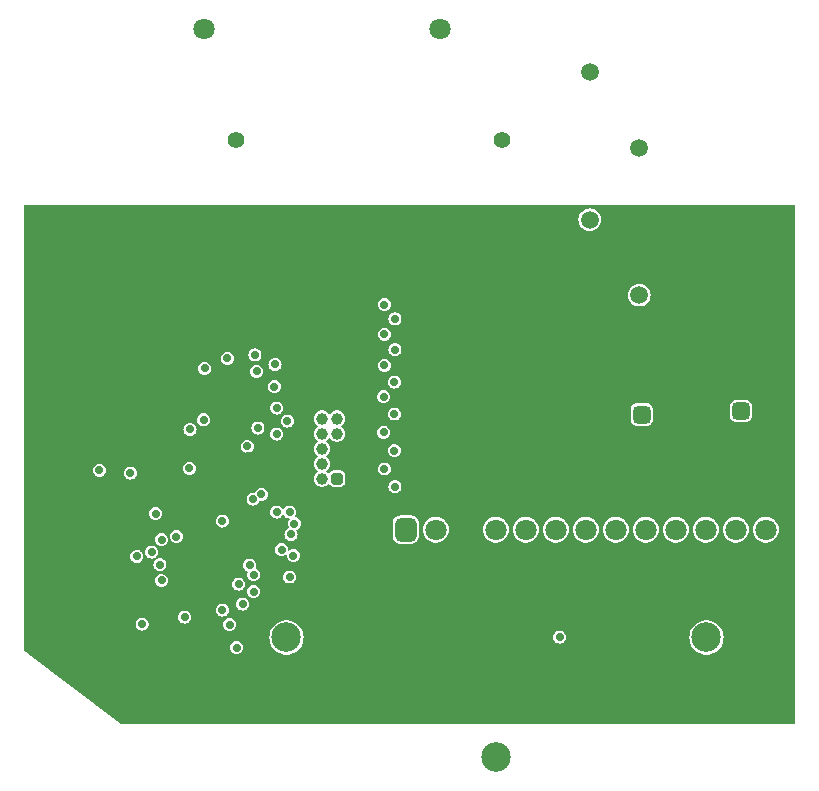
<source format=gbr>
%TF.GenerationSoftware,KiCad,Pcbnew,8.0.6-1.fc40*%
%TF.CreationDate,2024-12-16T09:47:33-08:00*%
%TF.ProjectId,energy_meter,656e6572-6779-45f6-9d65-7465722e6b69,0*%
%TF.SameCoordinates,Original*%
%TF.FileFunction,Copper,L2,Inr*%
%TF.FilePolarity,Positive*%
%FSLAX46Y46*%
G04 Gerber Fmt 4.6, Leading zero omitted, Abs format (unit mm)*
G04 Created by KiCad (PCBNEW 8.0.6-1.fc40) date 2024-12-16 09:47:33*
%MOMM*%
%LPD*%
G01*
G04 APERTURE LIST*
G04 Aperture macros list*
%AMRoundRect*
0 Rectangle with rounded corners*
0 $1 Rounding radius*
0 $2 $3 $4 $5 $6 $7 $8 $9 X,Y pos of 4 corners*
0 Add a 4 corners polygon primitive as box body*
4,1,4,$2,$3,$4,$5,$6,$7,$8,$9,$2,$3,0*
0 Add four circle primitives for the rounded corners*
1,1,$1+$1,$2,$3*
1,1,$1+$1,$4,$5*
1,1,$1+$1,$6,$7*
1,1,$1+$1,$8,$9*
0 Add four rect primitives between the rounded corners*
20,1,$1+$1,$2,$3,$4,$5,0*
20,1,$1+$1,$4,$5,$6,$7,0*
20,1,$1+$1,$6,$7,$8,$9,0*
20,1,$1+$1,$8,$9,$2,$3,0*%
G04 Aperture macros list end*
%TA.AperFunction,ComponentPad*%
%ADD10RoundRect,0.250000X0.250000X-0.250000X0.250000X0.250000X-0.250000X0.250000X-0.250000X-0.250000X0*%
%TD*%
%TA.AperFunction,ComponentPad*%
%ADD11C,1.000000*%
%TD*%
%TA.AperFunction,ComponentPad*%
%ADD12RoundRect,0.375000X-0.375000X0.375000X-0.375000X-0.375000X0.375000X-0.375000X0.375000X0.375000X0*%
%TD*%
%TA.AperFunction,ComponentPad*%
%ADD13C,1.500000*%
%TD*%
%TA.AperFunction,ComponentPad*%
%ADD14C,1.400000*%
%TD*%
%TA.AperFunction,ComponentPad*%
%ADD15RoundRect,0.450000X-0.450000X-0.550000X0.450000X-0.550000X0.450000X0.550000X-0.450000X0.550000X0*%
%TD*%
%TA.AperFunction,ComponentPad*%
%ADD16C,1.800000*%
%TD*%
%TA.AperFunction,ComponentPad*%
%ADD17C,2.500000*%
%TD*%
%TA.AperFunction,ViaPad*%
%ADD18C,0.700000*%
%TD*%
G04 APERTURE END LIST*
D10*
%TO.N,+3V*%
%TO.C,J401*%
X126500000Y-84980000D03*
D11*
%TO.N,Net-(J401-SWDIO)*%
X125230000Y-84980000D03*
%TO.N,GND*%
X126500000Y-83710000D03*
%TO.N,Net-(J401-SWCLK)*%
X125230000Y-83710000D03*
%TO.N,GND*%
X126500000Y-82440000D03*
%TO.N,unconnected-(J401-SWO-Pad6)*%
X125230000Y-82440000D03*
%TO.N,unconnected-(J401-NC-Pad7)*%
X126500000Y-81170000D03*
%TO.N,unconnected-(J401-NC-Pad8)*%
X125230000Y-81170000D03*
%TO.N,unconnected-(J401-NC-Pad9)*%
X126500000Y-79900000D03*
%TO.N,/HMI.Reset*%
X125230000Y-79900000D03*
%TD*%
D12*
%TO.N,/Power/12V\u002C50mA*%
%TO.C,C208*%
X160700000Y-79250000D03*
D13*
%TO.N,GND*%
X160700000Y-81750000D03*
%TD*%
D14*
%TO.N,Net-(C203-Pad1)*%
%TO.C,C203*%
X117950000Y-56300000D03*
%TO.N,Net-(D202-K)*%
X140450000Y-56300000D03*
%TD*%
D15*
%TO.N,+3V*%
%TO.C,J501*%
X132320000Y-89300000D03*
D16*
%TO.N,unconnected-(J501-3V3-Pad2)*%
X134860000Y-89300000D03*
%TO.N,GND*%
X137400000Y-89300000D03*
%TO.N,/SPI.SCK*%
X139940000Y-89300000D03*
%TO.N,/SPI.Miso*%
X142480000Y-89300000D03*
%TO.N,/SPI.Mosi*%
X145020000Y-89300000D03*
%TO.N,/HMI.ECS*%
X147560000Y-89300000D03*
%TO.N,/HMI.DC*%
X150100000Y-89300000D03*
%TO.N,/HMI.SRCS*%
X152640000Y-89300000D03*
%TO.N,unconnected-(J501-SDCS-Pad10)*%
X155180000Y-89300000D03*
%TO.N,/HMI.Reset*%
X157720000Y-89300000D03*
%TO.N,/HMI.Busy*%
X160260000Y-89300000D03*
%TO.N,unconnected-(J501-ENA-Pad13)*%
X162800000Y-89300000D03*
%TD*%
D12*
%TO.N,/Power/12V\u002C50mA*%
%TO.C,C207*%
X152300000Y-79550000D03*
D13*
%TO.N,GND*%
X152300000Y-82050000D03*
%TD*%
D17*
%TO.N,*%
%TO.C,T301*%
X140000000Y-108580000D03*
%TO.N,Net-(R301-Pad2)*%
X157780000Y-98420000D03*
%TO.N,Net-(R302-Pad2)*%
X122220000Y-98420000D03*
%TD*%
D13*
%TO.N,/Power/AC.Neutral*%
%TO.C,R306*%
X152100000Y-56950000D03*
%TO.N,/Microcontroller/Sense.Neutral*%
X152100000Y-69450000D03*
%TD*%
D16*
%TO.N,Net-(F201-Pad2)*%
%TO.C,R202*%
X135200000Y-46900000D03*
%TO.N,Net-(C203-Pad1)*%
X115200000Y-46900000D03*
%TD*%
D13*
%TO.N,/Power/AC.Line*%
%TO.C,R305*%
X147900000Y-50550000D03*
%TO.N,/Microcontroller/Sense.Line*%
X147900000Y-63050000D03*
%TD*%
D18*
%TO.N,GND*%
X127800000Y-89300000D03*
X155550000Y-101550000D03*
X100500000Y-74900000D03*
X146500000Y-63100000D03*
X122900000Y-95900000D03*
X118700000Y-78250000D03*
X134400000Y-96900000D03*
X147900000Y-66600000D03*
X149000000Y-67600000D03*
X127700000Y-85300000D03*
X133700000Y-101500000D03*
X112200000Y-80000000D03*
X143400000Y-82600000D03*
X115300000Y-93350000D03*
X103250000Y-76750000D03*
X141800000Y-69200000D03*
X115300000Y-91250000D03*
X151500000Y-65600000D03*
X119000000Y-83100000D03*
X110250000Y-96000000D03*
X120000000Y-72100000D03*
X127900000Y-99000000D03*
X125900000Y-88300000D03*
X123800000Y-97300000D03*
X129400000Y-78100000D03*
X129400000Y-74300000D03*
X129400000Y-70600000D03*
X116000000Y-69100000D03*
X135800000Y-83000000D03*
X134800000Y-98400000D03*
X129600000Y-101500000D03*
X105250000Y-76750000D03*
X150700000Y-69600000D03*
X153100000Y-71600000D03*
X116800000Y-78250000D03*
X106850000Y-99600000D03*
X114250000Y-92300000D03*
X114900000Y-86000000D03*
X138100000Y-95000000D03*
X110700000Y-71800000D03*
X163600000Y-65000000D03*
X124800000Y-89500000D03*
X116400000Y-80800000D03*
X134400000Y-79900000D03*
X129400000Y-86600000D03*
X125200000Y-95100000D03*
X134800000Y-69000000D03*
X117900000Y-83800000D03*
X152900000Y-65600000D03*
X119700000Y-82600000D03*
X149100000Y-69100000D03*
X114600000Y-74000000D03*
X128500000Y-96900000D03*
X163600000Y-63700000D03*
X120500000Y-100000000D03*
X117700000Y-86000000D03*
X139200000Y-69100000D03*
X149300000Y-63000000D03*
X109500000Y-76000000D03*
X160200000Y-99000000D03*
X145100000Y-97000000D03*
X151900000Y-67900000D03*
X128300000Y-95100000D03*
X139900000Y-101400000D03*
X113500000Y-82250000D03*
X127700000Y-76500000D03*
X132600000Y-69100000D03*
X139200000Y-67200000D03*
X122900000Y-76100000D03*
X152100000Y-72900000D03*
X115300000Y-92300000D03*
X155700000Y-67300000D03*
X113500000Y-86000000D03*
X151200000Y-71700000D03*
X153100000Y-68300000D03*
X112000000Y-81750000D03*
X113500000Y-74500000D03*
X141900000Y-67200000D03*
X131400000Y-96900000D03*
X117750000Y-79200000D03*
X114400000Y-69600000D03*
X136700000Y-95000000D03*
X142300000Y-82600000D03*
X104000000Y-79250000D03*
X151900000Y-98400000D03*
X118800000Y-81000000D03*
X120600000Y-97200000D03*
X145800000Y-66000000D03*
X105750000Y-79250000D03*
X120400000Y-83100000D03*
X148900000Y-64200000D03*
X127700000Y-72400000D03*
X144400000Y-67200000D03*
X124500000Y-98900000D03*
X112000000Y-76000000D03*
X107500000Y-79250000D03*
X145200000Y-101500000D03*
X157800000Y-96200000D03*
X107300000Y-89200000D03*
X107500000Y-76750000D03*
X118400000Y-72500000D03*
X150850000Y-101550000D03*
X156700000Y-67500000D03*
X102500000Y-79250000D03*
X114300000Y-98400000D03*
X141400000Y-95000000D03*
X114900000Y-95200000D03*
X132600000Y-67200000D03*
X159250000Y-101250000D03*
X164200000Y-64300000D03*
X106400000Y-74800000D03*
X131500000Y-99000000D03*
X122600000Y-94600000D03*
X121400000Y-85100000D03*
X120500000Y-90400000D03*
X109750000Y-92750000D03*
X116600000Y-84300000D03*
X115200000Y-83100000D03*
X135100000Y-79200000D03*
X117750000Y-78250000D03*
X147900000Y-98400000D03*
X122900000Y-77800000D03*
X101700000Y-99550000D03*
X125500000Y-91600000D03*
X146900000Y-69100000D03*
X111300000Y-86700000D03*
X109000000Y-80000000D03*
X102100000Y-89300000D03*
X127600000Y-69300000D03*
X109500000Y-81500000D03*
X144500000Y-69200000D03*
X129400000Y-67200000D03*
X142500000Y-96100000D03*
X116176805Y-89176805D03*
X124100000Y-95200000D03*
X100750000Y-79250000D03*
X157700000Y-67500000D03*
X129500000Y-82100000D03*
X103750000Y-82500000D03*
X104250000Y-76750000D03*
X122250000Y-101200000D03*
X146000000Y-64500000D03*
X102000000Y-74800000D03*
X125400000Y-97300000D03*
X134800000Y-67200000D03*
X120100000Y-98300000D03*
X108250000Y-76250000D03*
X141500000Y-82100000D03*
X117750000Y-77300000D03*
X130400000Y-69000000D03*
X119300000Y-96100000D03*
X137100000Y-69100000D03*
X116300000Y-86000000D03*
X122300000Y-85100000D03*
X127700000Y-80800000D03*
X155500000Y-98200000D03*
X152200000Y-66300000D03*
X137100000Y-67200000D03*
X117200000Y-73200000D03*
X146200000Y-67700000D03*
X112000000Y-84900000D03*
X115700000Y-98400000D03*
X131200000Y-95100000D03*
X138500000Y-78650000D03*
X112750000Y-76000000D03*
X109000000Y-95700000D03*
X125650000Y-101550000D03*
X134200000Y-95100000D03*
X116350000Y-92300000D03*
X135100000Y-80600000D03*
X110700000Y-81900000D03*
%TO.N,+3V*%
X121200000Y-77200000D03*
X131400000Y-74050000D03*
X131400000Y-71450000D03*
X114000000Y-84100000D03*
X130500000Y-70250000D03*
X119400000Y-86700000D03*
X130500000Y-84150000D03*
X130500000Y-72750000D03*
X120100000Y-86300000D03*
X145350000Y-98400000D03*
X115200000Y-80000000D03*
X110000000Y-97300000D03*
X131400000Y-85650000D03*
X130450000Y-81050000D03*
X131350000Y-76800000D03*
X111150000Y-87950000D03*
X131350000Y-82600000D03*
X131350000Y-79500000D03*
X130450000Y-78050000D03*
X115300000Y-75650000D03*
X117204134Y-74800000D03*
X114050000Y-80800000D03*
X106386701Y-84266931D03*
X130500000Y-75400000D03*
X118900000Y-82250000D03*
X121250000Y-75300000D03*
%TO.N,+1.8V*%
X122900000Y-88800000D03*
X122500000Y-93300000D03*
X121800000Y-91000000D03*
X122600000Y-89700000D03*
X117400000Y-97350000D03*
X122500000Y-87800000D03*
X116777847Y-88575763D03*
X121400000Y-87800000D03*
X122800000Y-91500000D03*
X113600000Y-96700000D03*
%TO.N,Net-(J401-SWCLK)*%
X118180425Y-93913170D03*
%TO.N,Net-(J401-SWDIO)*%
X119450000Y-94550000D03*
%TO.N,/HMI.Busy*%
X116800000Y-96100000D03*
%TO.N,/HMI.ECS*%
X119450000Y-93100000D03*
%TO.N,/HMI.SRCS*%
X118000000Y-99300000D03*
%TO.N,/SPI.Mosi*%
X111500000Y-92250000D03*
X119800000Y-80700000D03*
%TO.N,/HMI.DC*%
X118500000Y-95600000D03*
%TO.N,/SPI.Miso*%
X110800000Y-91200000D03*
X122300000Y-80100000D03*
%TO.N,/SPI.SCK*%
X111650000Y-90150000D03*
X121400000Y-81200000D03*
%TO.N,/HMI.LED*%
X109000000Y-84500000D03*
X111651805Y-93600000D03*
%TO.N,/Radio.GDO2*%
X109550000Y-91550000D03*
X121400000Y-79000000D03*
%TO.N,/Radio.CS*%
X119550000Y-74500000D03*
X119100000Y-92300000D03*
%TO.N,/Radio.GDO0*%
X112900000Y-89900000D03*
X119700000Y-75900000D03*
%TD*%
%TA.AperFunction,Conductor*%
%TO.N,GND*%
G36*
X165277826Y-61821674D02*
G01*
X165299500Y-61874000D01*
X165299500Y-105676000D01*
X165277826Y-105728326D01*
X165225500Y-105750000D01*
X108278102Y-105750000D01*
X108233417Y-105734985D01*
X100267808Y-99700433D01*
X100260167Y-99693774D01*
X100245914Y-99679521D01*
X100245913Y-99679520D01*
X100225900Y-99667965D01*
X100218224Y-99662870D01*
X100199818Y-99648925D01*
X100192138Y-99645799D01*
X100181140Y-99641323D01*
X100172043Y-99636871D01*
X100154587Y-99626792D01*
X100132277Y-99620814D01*
X100123539Y-99617878D01*
X100102146Y-99609172D01*
X100102148Y-99609172D01*
X100102144Y-99609171D01*
X100102142Y-99609170D01*
X100102137Y-99609169D01*
X100082133Y-99606660D01*
X100072195Y-99604715D01*
X100054850Y-99600068D01*
X100009915Y-99565591D01*
X100000000Y-99528589D01*
X100000000Y-99300000D01*
X117444750Y-99300000D01*
X117463669Y-99443708D01*
X117498828Y-99528589D01*
X117519139Y-99577625D01*
X117607379Y-99692621D01*
X117722375Y-99780861D01*
X117856291Y-99836330D01*
X118000000Y-99855250D01*
X118143709Y-99836330D01*
X118277625Y-99780861D01*
X118392621Y-99692621D01*
X118480861Y-99577625D01*
X118536330Y-99443709D01*
X118555250Y-99300000D01*
X118536330Y-99156291D01*
X118480861Y-99022375D01*
X118392621Y-98907379D01*
X118277625Y-98819139D01*
X118277623Y-98819138D01*
X118143708Y-98763669D01*
X118000000Y-98744750D01*
X117856291Y-98763669D01*
X117722376Y-98819138D01*
X117607379Y-98907379D01*
X117519138Y-99022376D01*
X117463669Y-99156291D01*
X117444750Y-99300000D01*
X100000000Y-99300000D01*
X100000000Y-98419996D01*
X120764529Y-98419996D01*
X120764529Y-98420003D01*
X120784378Y-98659556D01*
X120784378Y-98659557D01*
X120805952Y-98744750D01*
X120824789Y-98819138D01*
X120843392Y-98892597D01*
X120900319Y-99022376D01*
X120939951Y-99112728D01*
X121071429Y-99313969D01*
X121234236Y-99490825D01*
X121423933Y-99638472D01*
X121635344Y-99752882D01*
X121862703Y-99830934D01*
X122099808Y-99870500D01*
X122340192Y-99870500D01*
X122577297Y-99830934D01*
X122804656Y-99752882D01*
X123016067Y-99638472D01*
X123205764Y-99490825D01*
X123368571Y-99313969D01*
X123500049Y-99112728D01*
X123596610Y-98892591D01*
X123655620Y-98659563D01*
X123655620Y-98659559D01*
X123655621Y-98659557D01*
X123655621Y-98659556D01*
X123675471Y-98420003D01*
X123675471Y-98419996D01*
X123673814Y-98400000D01*
X144794750Y-98400000D01*
X144813669Y-98543708D01*
X144869138Y-98677623D01*
X144869139Y-98677625D01*
X144957379Y-98792621D01*
X145072375Y-98880861D01*
X145206291Y-98936330D01*
X145350000Y-98955250D01*
X145493709Y-98936330D01*
X145627625Y-98880861D01*
X145742621Y-98792621D01*
X145830861Y-98677625D01*
X145886330Y-98543709D01*
X145902617Y-98419996D01*
X156324529Y-98419996D01*
X156324529Y-98420003D01*
X156344378Y-98659556D01*
X156344378Y-98659557D01*
X156365952Y-98744750D01*
X156384789Y-98819138D01*
X156403392Y-98892597D01*
X156460319Y-99022376D01*
X156499951Y-99112728D01*
X156631429Y-99313969D01*
X156794236Y-99490825D01*
X156983933Y-99638472D01*
X157195344Y-99752882D01*
X157422703Y-99830934D01*
X157659808Y-99870500D01*
X157900192Y-99870500D01*
X158137297Y-99830934D01*
X158364656Y-99752882D01*
X158576067Y-99638472D01*
X158765764Y-99490825D01*
X158928571Y-99313969D01*
X159060049Y-99112728D01*
X159156610Y-98892591D01*
X159215620Y-98659563D01*
X159215620Y-98659559D01*
X159215621Y-98659557D01*
X159215621Y-98659556D01*
X159235471Y-98420003D01*
X159235471Y-98419996D01*
X159215621Y-98180443D01*
X159215621Y-98180442D01*
X159200917Y-98122376D01*
X159156610Y-97947409D01*
X159060049Y-97727272D01*
X158928571Y-97526031D01*
X158779814Y-97364437D01*
X158765765Y-97349176D01*
X158576071Y-97201531D01*
X158576070Y-97201530D01*
X158576067Y-97201528D01*
X158374825Y-97092621D01*
X158364655Y-97087117D01*
X158137295Y-97009065D01*
X157900194Y-96969500D01*
X157900192Y-96969500D01*
X157659808Y-96969500D01*
X157659805Y-96969500D01*
X157422704Y-97009065D01*
X157195344Y-97087117D01*
X156983940Y-97201524D01*
X156983928Y-97201531D01*
X156794234Y-97349176D01*
X156631427Y-97526033D01*
X156499951Y-97727271D01*
X156403392Y-97947402D01*
X156344378Y-98180442D01*
X156344378Y-98180443D01*
X156324529Y-98419996D01*
X145902617Y-98419996D01*
X145905250Y-98400000D01*
X145886330Y-98256291D01*
X145830861Y-98122375D01*
X145742621Y-98007379D01*
X145627625Y-97919139D01*
X145627623Y-97919138D01*
X145493708Y-97863669D01*
X145350000Y-97844750D01*
X145206291Y-97863669D01*
X145072376Y-97919138D01*
X144957379Y-98007379D01*
X144869138Y-98122376D01*
X144813669Y-98256291D01*
X144794750Y-98400000D01*
X123673814Y-98400000D01*
X123655621Y-98180443D01*
X123655621Y-98180442D01*
X123640917Y-98122376D01*
X123596610Y-97947409D01*
X123500049Y-97727272D01*
X123368571Y-97526031D01*
X123219814Y-97364437D01*
X123205765Y-97349176D01*
X123016071Y-97201531D01*
X123016070Y-97201530D01*
X123016067Y-97201528D01*
X122814825Y-97092621D01*
X122804655Y-97087117D01*
X122577295Y-97009065D01*
X122340194Y-96969500D01*
X122340192Y-96969500D01*
X122099808Y-96969500D01*
X122099805Y-96969500D01*
X121862704Y-97009065D01*
X121635344Y-97087117D01*
X121423940Y-97201524D01*
X121423928Y-97201531D01*
X121234234Y-97349176D01*
X121071427Y-97526033D01*
X120939951Y-97727271D01*
X120843392Y-97947402D01*
X120784378Y-98180442D01*
X120784378Y-98180443D01*
X120764529Y-98419996D01*
X100000000Y-98419996D01*
X100000000Y-97300000D01*
X109444750Y-97300000D01*
X109463669Y-97443708D01*
X109484380Y-97493708D01*
X109519139Y-97577625D01*
X109607379Y-97692621D01*
X109722375Y-97780861D01*
X109856291Y-97836330D01*
X110000000Y-97855250D01*
X110143709Y-97836330D01*
X110277625Y-97780861D01*
X110392621Y-97692621D01*
X110480861Y-97577625D01*
X110536330Y-97443709D01*
X110548667Y-97350000D01*
X116844750Y-97350000D01*
X116863669Y-97493708D01*
X116919138Y-97627623D01*
X116919139Y-97627625D01*
X117007379Y-97742621D01*
X117122375Y-97830861D01*
X117256291Y-97886330D01*
X117400000Y-97905250D01*
X117543709Y-97886330D01*
X117677625Y-97830861D01*
X117792621Y-97742621D01*
X117880861Y-97627625D01*
X117936330Y-97493709D01*
X117955250Y-97350000D01*
X117936330Y-97206291D01*
X117880861Y-97072375D01*
X117792621Y-96957379D01*
X117677625Y-96869139D01*
X117677623Y-96869138D01*
X117543708Y-96813669D01*
X117400000Y-96794750D01*
X117256291Y-96813669D01*
X117122376Y-96869138D01*
X117007379Y-96957379D01*
X116919138Y-97072376D01*
X116863669Y-97206291D01*
X116844750Y-97350000D01*
X110548667Y-97350000D01*
X110555250Y-97300000D01*
X110536330Y-97156291D01*
X110480861Y-97022375D01*
X110392621Y-96907379D01*
X110277625Y-96819139D01*
X110277623Y-96819138D01*
X110143708Y-96763669D01*
X110000000Y-96744750D01*
X109856291Y-96763669D01*
X109722376Y-96819138D01*
X109607379Y-96907379D01*
X109519138Y-97022376D01*
X109463669Y-97156291D01*
X109444750Y-97300000D01*
X100000000Y-97300000D01*
X100000000Y-96700000D01*
X113044750Y-96700000D01*
X113063669Y-96843708D01*
X113119138Y-96977623D01*
X113119139Y-96977625D01*
X113207379Y-97092621D01*
X113322375Y-97180861D01*
X113456291Y-97236330D01*
X113600000Y-97255250D01*
X113743709Y-97236330D01*
X113877625Y-97180861D01*
X113992621Y-97092621D01*
X114080861Y-96977625D01*
X114136330Y-96843709D01*
X114155250Y-96700000D01*
X114136330Y-96556291D01*
X114080861Y-96422375D01*
X113992621Y-96307379D01*
X113877625Y-96219139D01*
X113877623Y-96219138D01*
X113743708Y-96163669D01*
X113600000Y-96144750D01*
X113456291Y-96163669D01*
X113322376Y-96219138D01*
X113207379Y-96307379D01*
X113119138Y-96422376D01*
X113063669Y-96556291D01*
X113044750Y-96700000D01*
X100000000Y-96700000D01*
X100000000Y-96100000D01*
X116244750Y-96100000D01*
X116263669Y-96243708D01*
X116319138Y-96377623D01*
X116319139Y-96377625D01*
X116407379Y-96492621D01*
X116522375Y-96580861D01*
X116656291Y-96636330D01*
X116800000Y-96655250D01*
X116943709Y-96636330D01*
X117077625Y-96580861D01*
X117192621Y-96492621D01*
X117280861Y-96377625D01*
X117336330Y-96243709D01*
X117355250Y-96100000D01*
X117336330Y-95956291D01*
X117280861Y-95822375D01*
X117192621Y-95707379D01*
X117077625Y-95619139D01*
X117031419Y-95600000D01*
X117944750Y-95600000D01*
X117963669Y-95743708D01*
X117996254Y-95822375D01*
X118019139Y-95877625D01*
X118107379Y-95992621D01*
X118222375Y-96080861D01*
X118356291Y-96136330D01*
X118500000Y-96155250D01*
X118643709Y-96136330D01*
X118777625Y-96080861D01*
X118892621Y-95992621D01*
X118980861Y-95877625D01*
X119036330Y-95743709D01*
X119055250Y-95600000D01*
X119036330Y-95456291D01*
X118980861Y-95322375D01*
X118892621Y-95207379D01*
X118777625Y-95119139D01*
X118777623Y-95119138D01*
X118643708Y-95063669D01*
X118500000Y-95044750D01*
X118356291Y-95063669D01*
X118222376Y-95119138D01*
X118107379Y-95207379D01*
X118019138Y-95322376D01*
X117963669Y-95456291D01*
X117944750Y-95600000D01*
X117031419Y-95600000D01*
X116943708Y-95563669D01*
X116800000Y-95544750D01*
X116656291Y-95563669D01*
X116522376Y-95619138D01*
X116407379Y-95707379D01*
X116319138Y-95822376D01*
X116263669Y-95956291D01*
X116244750Y-96100000D01*
X100000000Y-96100000D01*
X100000000Y-94550000D01*
X118894750Y-94550000D01*
X118913669Y-94693708D01*
X118969138Y-94827623D01*
X118969139Y-94827625D01*
X119057379Y-94942621D01*
X119172375Y-95030861D01*
X119306291Y-95086330D01*
X119450000Y-95105250D01*
X119593709Y-95086330D01*
X119727625Y-95030861D01*
X119842621Y-94942621D01*
X119930861Y-94827625D01*
X119986330Y-94693709D01*
X120005250Y-94550000D01*
X119986330Y-94406291D01*
X119930861Y-94272375D01*
X119842621Y-94157379D01*
X119727625Y-94069139D01*
X119727623Y-94069138D01*
X119593708Y-94013669D01*
X119450000Y-93994750D01*
X119306291Y-94013669D01*
X119172376Y-94069138D01*
X119057379Y-94157379D01*
X118969138Y-94272376D01*
X118913669Y-94406291D01*
X118894750Y-94550000D01*
X100000000Y-94550000D01*
X100000000Y-93600000D01*
X111096555Y-93600000D01*
X111115474Y-93743708D01*
X111161676Y-93855250D01*
X111170944Y-93877625D01*
X111259184Y-93992621D01*
X111374180Y-94080861D01*
X111508096Y-94136330D01*
X111651805Y-94155250D01*
X111795514Y-94136330D01*
X111929430Y-94080861D01*
X112044426Y-93992621D01*
X112105391Y-93913170D01*
X117625175Y-93913170D01*
X117644094Y-94056878D01*
X117684841Y-94155250D01*
X117699564Y-94190795D01*
X117787804Y-94305791D01*
X117902800Y-94394031D01*
X118036716Y-94449500D01*
X118180425Y-94468420D01*
X118324134Y-94449500D01*
X118458050Y-94394031D01*
X118573046Y-94305791D01*
X118661286Y-94190795D01*
X118716755Y-94056879D01*
X118735675Y-93913170D01*
X118716755Y-93769461D01*
X118661286Y-93635545D01*
X118573046Y-93520549D01*
X118458050Y-93432309D01*
X118458048Y-93432308D01*
X118324133Y-93376839D01*
X118180425Y-93357920D01*
X118036716Y-93376839D01*
X117902801Y-93432308D01*
X117787804Y-93520549D01*
X117699563Y-93635546D01*
X117644094Y-93769461D01*
X117625175Y-93913170D01*
X112105391Y-93913170D01*
X112132666Y-93877625D01*
X112188135Y-93743709D01*
X112207055Y-93600000D01*
X112188135Y-93456291D01*
X112132666Y-93322375D01*
X112044426Y-93207379D01*
X111929430Y-93119139D01*
X111883224Y-93100000D01*
X111795513Y-93063669D01*
X111651805Y-93044750D01*
X111508096Y-93063669D01*
X111374181Y-93119138D01*
X111259184Y-93207379D01*
X111170943Y-93322376D01*
X111115474Y-93456291D01*
X111096555Y-93600000D01*
X100000000Y-93600000D01*
X100000000Y-92250000D01*
X110944750Y-92250000D01*
X110963669Y-92393708D01*
X111019138Y-92527623D01*
X111019139Y-92527625D01*
X111107379Y-92642621D01*
X111222375Y-92730861D01*
X111356291Y-92786330D01*
X111500000Y-92805250D01*
X111643709Y-92786330D01*
X111777625Y-92730861D01*
X111892621Y-92642621D01*
X111980861Y-92527625D01*
X112036330Y-92393709D01*
X112048667Y-92300000D01*
X118544750Y-92300000D01*
X118563669Y-92443708D01*
X118607464Y-92549439D01*
X118619139Y-92577625D01*
X118707379Y-92692621D01*
X118822375Y-92780861D01*
X118893956Y-92810510D01*
X118934005Y-92850558D01*
X118934006Y-92907194D01*
X118913669Y-92956293D01*
X118894750Y-93100000D01*
X118913669Y-93243708D01*
X118936986Y-93300000D01*
X118969139Y-93377625D01*
X119057379Y-93492621D01*
X119172375Y-93580861D01*
X119306291Y-93636330D01*
X119450000Y-93655250D01*
X119593709Y-93636330D01*
X119727625Y-93580861D01*
X119842621Y-93492621D01*
X119930861Y-93377625D01*
X119963014Y-93300000D01*
X121944750Y-93300000D01*
X121963669Y-93443708D01*
X122019138Y-93577623D01*
X122019139Y-93577625D01*
X122107379Y-93692621D01*
X122222375Y-93780861D01*
X122356291Y-93836330D01*
X122500000Y-93855250D01*
X122643709Y-93836330D01*
X122777625Y-93780861D01*
X122892621Y-93692621D01*
X122980861Y-93577625D01*
X123036330Y-93443709D01*
X123055250Y-93300000D01*
X123036330Y-93156291D01*
X122980861Y-93022375D01*
X122892621Y-92907379D01*
X122777625Y-92819139D01*
X122777623Y-92819138D01*
X122643708Y-92763669D01*
X122500000Y-92744750D01*
X122356291Y-92763669D01*
X122222376Y-92819138D01*
X122107379Y-92907379D01*
X122019138Y-93022376D01*
X121963669Y-93156291D01*
X121944750Y-93300000D01*
X119963014Y-93300000D01*
X119986330Y-93243709D01*
X120005250Y-93100000D01*
X119986330Y-92956291D01*
X119930861Y-92822375D01*
X119842621Y-92707379D01*
X119727625Y-92619139D01*
X119703016Y-92608946D01*
X119656042Y-92589488D01*
X119615994Y-92549439D01*
X119615994Y-92492804D01*
X119636330Y-92443709D01*
X119655250Y-92300000D01*
X119636330Y-92156291D01*
X119580861Y-92022375D01*
X119492621Y-91907379D01*
X119377625Y-91819139D01*
X119377623Y-91819138D01*
X119243708Y-91763669D01*
X119100000Y-91744750D01*
X118956291Y-91763669D01*
X118822376Y-91819138D01*
X118707379Y-91907379D01*
X118619138Y-92022376D01*
X118563669Y-92156291D01*
X118544750Y-92300000D01*
X112048667Y-92300000D01*
X112055250Y-92250000D01*
X112036330Y-92106291D01*
X111980861Y-91972375D01*
X111892621Y-91857379D01*
X111777625Y-91769139D01*
X111777623Y-91769138D01*
X111643708Y-91713669D01*
X111500000Y-91694750D01*
X111356291Y-91713669D01*
X111222376Y-91769138D01*
X111107379Y-91857379D01*
X111019138Y-91972376D01*
X110963669Y-92106291D01*
X110944750Y-92250000D01*
X100000000Y-92250000D01*
X100000000Y-91550000D01*
X108994750Y-91550000D01*
X109013669Y-91693708D01*
X109065624Y-91819139D01*
X109069139Y-91827625D01*
X109157379Y-91942621D01*
X109272375Y-92030861D01*
X109406291Y-92086330D01*
X109550000Y-92105250D01*
X109693709Y-92086330D01*
X109827625Y-92030861D01*
X109942621Y-91942621D01*
X110030861Y-91827625D01*
X110086330Y-91693709D01*
X110105250Y-91550000D01*
X110086330Y-91406291D01*
X110030861Y-91272375D01*
X109975325Y-91200000D01*
X110244750Y-91200000D01*
X110263669Y-91343708D01*
X110319138Y-91477623D01*
X110319139Y-91477625D01*
X110407379Y-91592621D01*
X110522375Y-91680861D01*
X110656291Y-91736330D01*
X110800000Y-91755250D01*
X110943709Y-91736330D01*
X111077625Y-91680861D01*
X111192621Y-91592621D01*
X111280861Y-91477625D01*
X111336330Y-91343709D01*
X111355250Y-91200000D01*
X111336330Y-91056291D01*
X111313014Y-91000000D01*
X121244750Y-91000000D01*
X121263669Y-91143708D01*
X121269332Y-91157379D01*
X121319139Y-91277625D01*
X121407379Y-91392621D01*
X121522375Y-91480861D01*
X121656291Y-91536330D01*
X121800000Y-91555250D01*
X121943709Y-91536330D01*
X122077625Y-91480861D01*
X122125702Y-91443969D01*
X122180408Y-91429311D01*
X122229458Y-91457629D01*
X122242290Y-91495431D01*
X122244117Y-91495191D01*
X122263669Y-91643708D01*
X122315624Y-91769139D01*
X122319139Y-91777625D01*
X122407379Y-91892621D01*
X122522375Y-91980861D01*
X122656291Y-92036330D01*
X122800000Y-92055250D01*
X122943709Y-92036330D01*
X123077625Y-91980861D01*
X123192621Y-91892621D01*
X123280861Y-91777625D01*
X123336330Y-91643709D01*
X123355250Y-91500000D01*
X123336330Y-91356291D01*
X123280861Y-91222375D01*
X123192621Y-91107379D01*
X123077625Y-91019139D01*
X123077623Y-91019138D01*
X122943708Y-90963669D01*
X122800000Y-90944750D01*
X122656291Y-90963669D01*
X122522376Y-91019138D01*
X122522372Y-91019140D01*
X122474298Y-91056029D01*
X122419591Y-91070688D01*
X122370542Y-91042369D01*
X122357710Y-91004568D01*
X122355883Y-91004809D01*
X122336330Y-90856291D01*
X122280861Y-90722376D01*
X122280861Y-90722375D01*
X122192621Y-90607379D01*
X122077625Y-90519139D01*
X122077623Y-90519138D01*
X121943708Y-90463669D01*
X121800000Y-90444750D01*
X121656291Y-90463669D01*
X121522376Y-90519138D01*
X121407379Y-90607379D01*
X121319138Y-90722376D01*
X121263669Y-90856291D01*
X121244750Y-91000000D01*
X111313014Y-91000000D01*
X111280861Y-90922375D01*
X111192621Y-90807379D01*
X111077625Y-90719139D01*
X111077623Y-90719138D01*
X110943708Y-90663669D01*
X110800000Y-90644750D01*
X110656291Y-90663669D01*
X110522376Y-90719138D01*
X110407379Y-90807379D01*
X110319138Y-90922376D01*
X110263669Y-91056291D01*
X110244750Y-91200000D01*
X109975325Y-91200000D01*
X109942621Y-91157379D01*
X109827625Y-91069139D01*
X109796607Y-91056291D01*
X109693708Y-91013669D01*
X109550000Y-90994750D01*
X109406291Y-91013669D01*
X109272376Y-91069138D01*
X109157379Y-91157379D01*
X109069138Y-91272376D01*
X109013669Y-91406291D01*
X108994750Y-91550000D01*
X100000000Y-91550000D01*
X100000000Y-90150000D01*
X111094750Y-90150000D01*
X111113669Y-90293708D01*
X111169138Y-90427623D01*
X111169139Y-90427625D01*
X111257379Y-90542621D01*
X111372375Y-90630861D01*
X111506291Y-90686330D01*
X111650000Y-90705250D01*
X111793709Y-90686330D01*
X111927625Y-90630861D01*
X112042621Y-90542621D01*
X112130861Y-90427625D01*
X112186330Y-90293709D01*
X112205250Y-90150000D01*
X112186330Y-90006291D01*
X112142303Y-89900000D01*
X112344750Y-89900000D01*
X112363669Y-90043708D01*
X112419138Y-90177623D01*
X112419139Y-90177625D01*
X112507379Y-90292621D01*
X112622375Y-90380861D01*
X112756291Y-90436330D01*
X112900000Y-90455250D01*
X113043709Y-90436330D01*
X113177625Y-90380861D01*
X113292621Y-90292621D01*
X113380861Y-90177625D01*
X113436330Y-90043709D01*
X113455250Y-89900000D01*
X113436330Y-89756291D01*
X113380861Y-89622375D01*
X113292621Y-89507379D01*
X113177625Y-89419139D01*
X113175293Y-89418173D01*
X113043708Y-89363669D01*
X112900000Y-89344750D01*
X112756291Y-89363669D01*
X112622376Y-89419138D01*
X112507379Y-89507379D01*
X112419138Y-89622376D01*
X112363669Y-89756291D01*
X112344750Y-89900000D01*
X112142303Y-89900000D01*
X112130861Y-89872375D01*
X112042621Y-89757379D01*
X111927625Y-89669139D01*
X111927623Y-89669138D01*
X111793708Y-89613669D01*
X111650000Y-89594750D01*
X111506291Y-89613669D01*
X111372376Y-89669138D01*
X111257379Y-89757379D01*
X111169138Y-89872376D01*
X111113669Y-90006291D01*
X111094750Y-90150000D01*
X100000000Y-90150000D01*
X100000000Y-88575763D01*
X116222597Y-88575763D01*
X116241516Y-88719471D01*
X116274872Y-88800000D01*
X116296986Y-88853388D01*
X116385226Y-88968384D01*
X116500222Y-89056624D01*
X116634138Y-89112093D01*
X116777847Y-89131013D01*
X116921556Y-89112093D01*
X117055472Y-89056624D01*
X117170468Y-88968384D01*
X117258708Y-88853388D01*
X117314177Y-88719472D01*
X117333097Y-88575763D01*
X117314177Y-88432054D01*
X117258708Y-88298138D01*
X117170468Y-88183142D01*
X117055472Y-88094902D01*
X117052592Y-88093709D01*
X116921555Y-88039432D01*
X116777847Y-88020513D01*
X116634138Y-88039432D01*
X116500223Y-88094901D01*
X116385226Y-88183142D01*
X116296985Y-88298139D01*
X116241516Y-88432054D01*
X116222597Y-88575763D01*
X100000000Y-88575763D01*
X100000000Y-87950000D01*
X110594750Y-87950000D01*
X110613669Y-88093708D01*
X110654640Y-88192621D01*
X110669139Y-88227625D01*
X110757379Y-88342621D01*
X110872375Y-88430861D01*
X111006291Y-88486330D01*
X111150000Y-88505250D01*
X111293709Y-88486330D01*
X111427625Y-88430861D01*
X111542621Y-88342621D01*
X111630861Y-88227625D01*
X111686330Y-88093709D01*
X111705250Y-87950000D01*
X111686330Y-87806291D01*
X111683724Y-87800000D01*
X120844750Y-87800000D01*
X120863669Y-87943708D01*
X120917400Y-88073426D01*
X120919139Y-88077625D01*
X121007379Y-88192621D01*
X121122375Y-88280861D01*
X121256291Y-88336330D01*
X121400000Y-88355250D01*
X121543709Y-88336330D01*
X121677625Y-88280861D01*
X121792621Y-88192621D01*
X121880861Y-88077625D01*
X121881633Y-88075760D01*
X121882352Y-88075041D01*
X121883285Y-88073426D01*
X121883717Y-88073675D01*
X121921680Y-88035713D01*
X121978317Y-88035711D01*
X122016282Y-88073675D01*
X122016715Y-88073426D01*
X122017646Y-88075039D01*
X122018366Y-88075759D01*
X122019139Y-88077625D01*
X122107379Y-88192621D01*
X122222375Y-88280861D01*
X122356291Y-88336330D01*
X122415956Y-88344185D01*
X122465005Y-88372504D01*
X122479664Y-88427211D01*
X122465005Y-88462600D01*
X122419140Y-88522372D01*
X122419138Y-88522376D01*
X122363669Y-88656291D01*
X122344750Y-88800000D01*
X122363669Y-88943708D01*
X122419138Y-89077623D01*
X122419141Y-89077629D01*
X122419495Y-89078090D01*
X122419570Y-89078372D01*
X122421565Y-89081827D01*
X122420639Y-89082361D01*
X122434149Y-89132799D01*
X122405826Y-89181845D01*
X122389102Y-89191500D01*
X122322375Y-89219139D01*
X122207379Y-89307379D01*
X122119138Y-89422376D01*
X122063669Y-89556291D01*
X122044750Y-89700000D01*
X122063669Y-89843708D01*
X122108761Y-89952571D01*
X122119139Y-89977625D01*
X122207379Y-90092621D01*
X122322375Y-90180861D01*
X122456291Y-90236330D01*
X122600000Y-90255250D01*
X122743709Y-90236330D01*
X122877625Y-90180861D01*
X122992621Y-90092621D01*
X123080861Y-89977625D01*
X123136330Y-89843709D01*
X123155250Y-89700000D01*
X123136330Y-89556291D01*
X123080861Y-89422375D01*
X123080505Y-89421911D01*
X123080428Y-89421626D01*
X123078435Y-89418173D01*
X123079360Y-89417638D01*
X123065850Y-89367203D01*
X123094171Y-89318155D01*
X123110890Y-89308502D01*
X123177625Y-89280861D01*
X123292621Y-89192621D01*
X123380861Y-89077625D01*
X123436330Y-88943709D01*
X123455250Y-88800000D01*
X123440018Y-88684306D01*
X131219500Y-88684306D01*
X131219500Y-89915693D01*
X131222402Y-89952571D01*
X131268256Y-90110399D01*
X131310589Y-90181980D01*
X131351919Y-90251865D01*
X131468135Y-90368081D01*
X131609602Y-90451744D01*
X131767431Y-90497598D01*
X131804306Y-90500500D01*
X131804307Y-90500500D01*
X132835693Y-90500500D01*
X132835694Y-90500500D01*
X132872569Y-90497598D01*
X133030398Y-90451744D01*
X133171865Y-90368081D01*
X133288081Y-90251865D01*
X133371744Y-90110398D01*
X133417598Y-89952569D01*
X133420500Y-89915694D01*
X133420500Y-89299996D01*
X133754785Y-89299996D01*
X133754785Y-89300003D01*
X133773601Y-89503076D01*
X133773602Y-89503082D01*
X133829416Y-89699244D01*
X133829418Y-89699250D01*
X133920327Y-89881821D01*
X133920328Y-89881822D01*
X133920329Y-89881825D01*
X134043234Y-90044578D01*
X134043235Y-90044579D01*
X134115436Y-90110398D01*
X134193959Y-90181981D01*
X134367363Y-90289348D01*
X134557544Y-90363024D01*
X134758024Y-90400500D01*
X134758026Y-90400500D01*
X134961974Y-90400500D01*
X134961976Y-90400500D01*
X135162456Y-90363024D01*
X135352637Y-90289348D01*
X135526041Y-90181981D01*
X135676764Y-90044579D01*
X135799673Y-89881821D01*
X135890582Y-89699250D01*
X135946397Y-89503083D01*
X135953876Y-89422376D01*
X135965215Y-89300003D01*
X135965215Y-89299996D01*
X138834785Y-89299996D01*
X138834785Y-89300003D01*
X138853601Y-89503076D01*
X138853602Y-89503082D01*
X138909416Y-89699244D01*
X138909418Y-89699250D01*
X139000327Y-89881821D01*
X139000328Y-89881822D01*
X139000329Y-89881825D01*
X139123234Y-90044578D01*
X139123235Y-90044579D01*
X139195436Y-90110398D01*
X139273959Y-90181981D01*
X139447363Y-90289348D01*
X139637544Y-90363024D01*
X139838024Y-90400500D01*
X139838026Y-90400500D01*
X140041974Y-90400500D01*
X140041976Y-90400500D01*
X140242456Y-90363024D01*
X140432637Y-90289348D01*
X140606041Y-90181981D01*
X140756764Y-90044579D01*
X140879673Y-89881821D01*
X140970582Y-89699250D01*
X141026397Y-89503083D01*
X141033876Y-89422376D01*
X141045215Y-89300003D01*
X141045215Y-89299996D01*
X141374785Y-89299996D01*
X141374785Y-89300003D01*
X141393601Y-89503076D01*
X141393602Y-89503082D01*
X141449416Y-89699244D01*
X141449418Y-89699250D01*
X141540327Y-89881821D01*
X141540328Y-89881822D01*
X141540329Y-89881825D01*
X141663234Y-90044578D01*
X141663235Y-90044579D01*
X141735436Y-90110398D01*
X141813959Y-90181981D01*
X141987363Y-90289348D01*
X142177544Y-90363024D01*
X142378024Y-90400500D01*
X142378026Y-90400500D01*
X142581974Y-90400500D01*
X142581976Y-90400500D01*
X142782456Y-90363024D01*
X142972637Y-90289348D01*
X143146041Y-90181981D01*
X143296764Y-90044579D01*
X143419673Y-89881821D01*
X143510582Y-89699250D01*
X143566397Y-89503083D01*
X143573876Y-89422376D01*
X143585215Y-89300003D01*
X143585215Y-89299996D01*
X143914785Y-89299996D01*
X143914785Y-89300003D01*
X143933601Y-89503076D01*
X143933602Y-89503082D01*
X143989416Y-89699244D01*
X143989418Y-89699250D01*
X144080327Y-89881821D01*
X144080328Y-89881822D01*
X144080329Y-89881825D01*
X144203234Y-90044578D01*
X144203235Y-90044579D01*
X144275436Y-90110398D01*
X144353959Y-90181981D01*
X144527363Y-90289348D01*
X144717544Y-90363024D01*
X144918024Y-90400500D01*
X144918026Y-90400500D01*
X145121974Y-90400500D01*
X145121976Y-90400500D01*
X145322456Y-90363024D01*
X145512637Y-90289348D01*
X145686041Y-90181981D01*
X145836764Y-90044579D01*
X145959673Y-89881821D01*
X146050582Y-89699250D01*
X146106397Y-89503083D01*
X146113876Y-89422376D01*
X146125215Y-89300003D01*
X146125215Y-89299996D01*
X146454785Y-89299996D01*
X146454785Y-89300003D01*
X146473601Y-89503076D01*
X146473602Y-89503082D01*
X146529416Y-89699244D01*
X146529418Y-89699250D01*
X146620327Y-89881821D01*
X146620328Y-89881822D01*
X146620329Y-89881825D01*
X146743234Y-90044578D01*
X146743235Y-90044579D01*
X146815436Y-90110398D01*
X146893959Y-90181981D01*
X147067363Y-90289348D01*
X147257544Y-90363024D01*
X147458024Y-90400500D01*
X147458026Y-90400500D01*
X147661974Y-90400500D01*
X147661976Y-90400500D01*
X147862456Y-90363024D01*
X148052637Y-90289348D01*
X148226041Y-90181981D01*
X148376764Y-90044579D01*
X148499673Y-89881821D01*
X148590582Y-89699250D01*
X148646397Y-89503083D01*
X148653876Y-89422376D01*
X148665215Y-89300003D01*
X148665215Y-89299996D01*
X148994785Y-89299996D01*
X148994785Y-89300003D01*
X149013601Y-89503076D01*
X149013602Y-89503082D01*
X149069416Y-89699244D01*
X149069418Y-89699250D01*
X149160327Y-89881821D01*
X149160328Y-89881822D01*
X149160329Y-89881825D01*
X149283234Y-90044578D01*
X149283235Y-90044579D01*
X149355436Y-90110398D01*
X149433959Y-90181981D01*
X149607363Y-90289348D01*
X149797544Y-90363024D01*
X149998024Y-90400500D01*
X149998026Y-90400500D01*
X150201974Y-90400500D01*
X150201976Y-90400500D01*
X150402456Y-90363024D01*
X150592637Y-90289348D01*
X150766041Y-90181981D01*
X150916764Y-90044579D01*
X151039673Y-89881821D01*
X151130582Y-89699250D01*
X151186397Y-89503083D01*
X151193876Y-89422376D01*
X151205215Y-89300003D01*
X151205215Y-89299996D01*
X151534785Y-89299996D01*
X151534785Y-89300003D01*
X151553601Y-89503076D01*
X151553602Y-89503082D01*
X151609416Y-89699244D01*
X151609418Y-89699250D01*
X151700327Y-89881821D01*
X151700328Y-89881822D01*
X151700329Y-89881825D01*
X151823234Y-90044578D01*
X151823235Y-90044579D01*
X151895436Y-90110398D01*
X151973959Y-90181981D01*
X152147363Y-90289348D01*
X152337544Y-90363024D01*
X152538024Y-90400500D01*
X152538026Y-90400500D01*
X152741974Y-90400500D01*
X152741976Y-90400500D01*
X152942456Y-90363024D01*
X153132637Y-90289348D01*
X153306041Y-90181981D01*
X153456764Y-90044579D01*
X153579673Y-89881821D01*
X153670582Y-89699250D01*
X153726397Y-89503083D01*
X153733876Y-89422376D01*
X153745215Y-89300003D01*
X153745215Y-89299996D01*
X154074785Y-89299996D01*
X154074785Y-89300003D01*
X154093601Y-89503076D01*
X154093602Y-89503082D01*
X154149416Y-89699244D01*
X154149418Y-89699250D01*
X154240327Y-89881821D01*
X154240328Y-89881822D01*
X154240329Y-89881825D01*
X154363234Y-90044578D01*
X154363235Y-90044579D01*
X154435436Y-90110398D01*
X154513959Y-90181981D01*
X154687363Y-90289348D01*
X154877544Y-90363024D01*
X155078024Y-90400500D01*
X155078026Y-90400500D01*
X155281974Y-90400500D01*
X155281976Y-90400500D01*
X155482456Y-90363024D01*
X155672637Y-90289348D01*
X155846041Y-90181981D01*
X155996764Y-90044579D01*
X156119673Y-89881821D01*
X156210582Y-89699250D01*
X156266397Y-89503083D01*
X156273876Y-89422376D01*
X156285215Y-89300003D01*
X156285215Y-89299996D01*
X156614785Y-89299996D01*
X156614785Y-89300003D01*
X156633601Y-89503076D01*
X156633602Y-89503082D01*
X156689416Y-89699244D01*
X156689418Y-89699250D01*
X156780327Y-89881821D01*
X156780328Y-89881822D01*
X156780329Y-89881825D01*
X156903234Y-90044578D01*
X156903235Y-90044579D01*
X156975436Y-90110398D01*
X157053959Y-90181981D01*
X157227363Y-90289348D01*
X157417544Y-90363024D01*
X157618024Y-90400500D01*
X157618026Y-90400500D01*
X157821974Y-90400500D01*
X157821976Y-90400500D01*
X158022456Y-90363024D01*
X158212637Y-90289348D01*
X158386041Y-90181981D01*
X158536764Y-90044579D01*
X158659673Y-89881821D01*
X158750582Y-89699250D01*
X158806397Y-89503083D01*
X158813876Y-89422376D01*
X158825215Y-89300003D01*
X158825215Y-89299996D01*
X159154785Y-89299996D01*
X159154785Y-89300003D01*
X159173601Y-89503076D01*
X159173602Y-89503082D01*
X159229416Y-89699244D01*
X159229418Y-89699250D01*
X159320327Y-89881821D01*
X159320328Y-89881822D01*
X159320329Y-89881825D01*
X159443234Y-90044578D01*
X159443235Y-90044579D01*
X159515436Y-90110398D01*
X159593959Y-90181981D01*
X159767363Y-90289348D01*
X159957544Y-90363024D01*
X160158024Y-90400500D01*
X160158026Y-90400500D01*
X160361974Y-90400500D01*
X160361976Y-90400500D01*
X160562456Y-90363024D01*
X160752637Y-90289348D01*
X160926041Y-90181981D01*
X161076764Y-90044579D01*
X161199673Y-89881821D01*
X161290582Y-89699250D01*
X161346397Y-89503083D01*
X161353876Y-89422376D01*
X161365215Y-89300003D01*
X161365215Y-89299996D01*
X161694785Y-89299996D01*
X161694785Y-89300003D01*
X161713601Y-89503076D01*
X161713602Y-89503082D01*
X161769416Y-89699244D01*
X161769418Y-89699250D01*
X161860327Y-89881821D01*
X161860328Y-89881822D01*
X161860329Y-89881825D01*
X161983234Y-90044578D01*
X161983235Y-90044579D01*
X162055436Y-90110398D01*
X162133959Y-90181981D01*
X162307363Y-90289348D01*
X162497544Y-90363024D01*
X162698024Y-90400500D01*
X162698026Y-90400500D01*
X162901974Y-90400500D01*
X162901976Y-90400500D01*
X163102456Y-90363024D01*
X163292637Y-90289348D01*
X163466041Y-90181981D01*
X163616764Y-90044579D01*
X163739673Y-89881821D01*
X163830582Y-89699250D01*
X163886397Y-89503083D01*
X163893876Y-89422376D01*
X163905215Y-89300003D01*
X163905215Y-89299996D01*
X163886398Y-89096923D01*
X163886397Y-89096917D01*
X163880907Y-89077623D01*
X163830582Y-88900750D01*
X163739673Y-88718179D01*
X163739670Y-88718175D01*
X163739670Y-88718174D01*
X163616765Y-88555421D01*
X163616764Y-88555420D01*
X163466041Y-88418019D01*
X163448857Y-88407379D01*
X163292637Y-88310652D01*
X163102456Y-88236976D01*
X163014407Y-88220516D01*
X162901979Y-88199500D01*
X162901976Y-88199500D01*
X162698024Y-88199500D01*
X162698020Y-88199500D01*
X162548263Y-88227495D01*
X162497544Y-88236976D01*
X162497542Y-88236976D01*
X162497540Y-88236977D01*
X162339663Y-88298139D01*
X162307363Y-88310652D01*
X162307358Y-88310654D01*
X162307358Y-88310655D01*
X162133958Y-88418019D01*
X162133957Y-88418019D01*
X161983235Y-88555420D01*
X161983234Y-88555421D01*
X161860329Y-88718174D01*
X161860328Y-88718177D01*
X161769418Y-88900750D01*
X161769416Y-88900755D01*
X161713602Y-89096917D01*
X161713601Y-89096923D01*
X161694785Y-89299996D01*
X161365215Y-89299996D01*
X161346398Y-89096923D01*
X161346397Y-89096917D01*
X161340907Y-89077623D01*
X161290582Y-88900750D01*
X161199673Y-88718179D01*
X161199670Y-88718175D01*
X161199670Y-88718174D01*
X161076765Y-88555421D01*
X161076764Y-88555420D01*
X160926041Y-88418019D01*
X160908857Y-88407379D01*
X160752637Y-88310652D01*
X160562456Y-88236976D01*
X160474407Y-88220516D01*
X160361979Y-88199500D01*
X160361976Y-88199500D01*
X160158024Y-88199500D01*
X160158020Y-88199500D01*
X160008263Y-88227495D01*
X159957544Y-88236976D01*
X159957542Y-88236976D01*
X159957540Y-88236977D01*
X159799663Y-88298139D01*
X159767363Y-88310652D01*
X159767358Y-88310654D01*
X159767358Y-88310655D01*
X159593958Y-88418019D01*
X159593957Y-88418019D01*
X159443235Y-88555420D01*
X159443234Y-88555421D01*
X159320329Y-88718174D01*
X159320328Y-88718177D01*
X159229418Y-88900750D01*
X159229416Y-88900755D01*
X159173602Y-89096917D01*
X159173601Y-89096923D01*
X159154785Y-89299996D01*
X158825215Y-89299996D01*
X158806398Y-89096923D01*
X158806397Y-89096917D01*
X158800907Y-89077623D01*
X158750582Y-88900750D01*
X158659673Y-88718179D01*
X158659670Y-88718175D01*
X158659670Y-88718174D01*
X158536765Y-88555421D01*
X158536764Y-88555420D01*
X158386041Y-88418019D01*
X158368857Y-88407379D01*
X158212637Y-88310652D01*
X158022456Y-88236976D01*
X157934407Y-88220516D01*
X157821979Y-88199500D01*
X157821976Y-88199500D01*
X157618024Y-88199500D01*
X157618020Y-88199500D01*
X157468263Y-88227495D01*
X157417544Y-88236976D01*
X157417542Y-88236976D01*
X157417540Y-88236977D01*
X157259663Y-88298139D01*
X157227363Y-88310652D01*
X157227358Y-88310654D01*
X157227358Y-88310655D01*
X157053958Y-88418019D01*
X157053957Y-88418019D01*
X156903235Y-88555420D01*
X156903234Y-88555421D01*
X156780329Y-88718174D01*
X156780328Y-88718177D01*
X156689418Y-88900750D01*
X156689416Y-88900755D01*
X156633602Y-89096917D01*
X156633601Y-89096923D01*
X156614785Y-89299996D01*
X156285215Y-89299996D01*
X156266398Y-89096923D01*
X156266397Y-89096917D01*
X156260907Y-89077623D01*
X156210582Y-88900750D01*
X156119673Y-88718179D01*
X156119670Y-88718175D01*
X156119670Y-88718174D01*
X155996765Y-88555421D01*
X155996764Y-88555420D01*
X155846041Y-88418019D01*
X155828857Y-88407379D01*
X155672637Y-88310652D01*
X155482456Y-88236976D01*
X155394407Y-88220516D01*
X155281979Y-88199500D01*
X155281976Y-88199500D01*
X155078024Y-88199500D01*
X155078020Y-88199500D01*
X154928263Y-88227495D01*
X154877544Y-88236976D01*
X154877542Y-88236976D01*
X154877540Y-88236977D01*
X154719663Y-88298139D01*
X154687363Y-88310652D01*
X154687358Y-88310654D01*
X154687358Y-88310655D01*
X154513958Y-88418019D01*
X154513957Y-88418019D01*
X154363235Y-88555420D01*
X154363234Y-88555421D01*
X154240329Y-88718174D01*
X154240328Y-88718177D01*
X154149418Y-88900750D01*
X154149416Y-88900755D01*
X154093602Y-89096917D01*
X154093601Y-89096923D01*
X154074785Y-89299996D01*
X153745215Y-89299996D01*
X153726398Y-89096923D01*
X153726397Y-89096917D01*
X153720907Y-89077623D01*
X153670582Y-88900750D01*
X153579673Y-88718179D01*
X153579670Y-88718175D01*
X153579670Y-88718174D01*
X153456765Y-88555421D01*
X153456764Y-88555420D01*
X153306041Y-88418019D01*
X153288857Y-88407379D01*
X153132637Y-88310652D01*
X152942456Y-88236976D01*
X152854407Y-88220516D01*
X152741979Y-88199500D01*
X152741976Y-88199500D01*
X152538024Y-88199500D01*
X152538020Y-88199500D01*
X152388263Y-88227495D01*
X152337544Y-88236976D01*
X152337542Y-88236976D01*
X152337540Y-88236977D01*
X152179663Y-88298139D01*
X152147363Y-88310652D01*
X152147358Y-88310654D01*
X152147358Y-88310655D01*
X151973958Y-88418019D01*
X151973957Y-88418019D01*
X151823235Y-88555420D01*
X151823234Y-88555421D01*
X151700329Y-88718174D01*
X151700328Y-88718177D01*
X151609418Y-88900750D01*
X151609416Y-88900755D01*
X151553602Y-89096917D01*
X151553601Y-89096923D01*
X151534785Y-89299996D01*
X151205215Y-89299996D01*
X151186398Y-89096923D01*
X151186397Y-89096917D01*
X151180907Y-89077623D01*
X151130582Y-88900750D01*
X151039673Y-88718179D01*
X151039670Y-88718175D01*
X151039670Y-88718174D01*
X150916765Y-88555421D01*
X150916764Y-88555420D01*
X150766041Y-88418019D01*
X150748857Y-88407379D01*
X150592637Y-88310652D01*
X150402456Y-88236976D01*
X150314407Y-88220516D01*
X150201979Y-88199500D01*
X150201976Y-88199500D01*
X149998024Y-88199500D01*
X149998020Y-88199500D01*
X149848263Y-88227495D01*
X149797544Y-88236976D01*
X149797542Y-88236976D01*
X149797540Y-88236977D01*
X149639663Y-88298139D01*
X149607363Y-88310652D01*
X149607358Y-88310654D01*
X149607358Y-88310655D01*
X149433958Y-88418019D01*
X149433957Y-88418019D01*
X149283235Y-88555420D01*
X149283234Y-88555421D01*
X149160329Y-88718174D01*
X149160328Y-88718177D01*
X149069418Y-88900750D01*
X149069416Y-88900755D01*
X149013602Y-89096917D01*
X149013601Y-89096923D01*
X148994785Y-89299996D01*
X148665215Y-89299996D01*
X148646398Y-89096923D01*
X148646397Y-89096917D01*
X148640907Y-89077623D01*
X148590582Y-88900750D01*
X148499673Y-88718179D01*
X148499670Y-88718175D01*
X148499670Y-88718174D01*
X148376765Y-88555421D01*
X148376764Y-88555420D01*
X148226041Y-88418019D01*
X148208857Y-88407379D01*
X148052637Y-88310652D01*
X147862456Y-88236976D01*
X147774407Y-88220516D01*
X147661979Y-88199500D01*
X147661976Y-88199500D01*
X147458024Y-88199500D01*
X147458020Y-88199500D01*
X147308263Y-88227495D01*
X147257544Y-88236976D01*
X147257542Y-88236976D01*
X147257540Y-88236977D01*
X147099663Y-88298139D01*
X147067363Y-88310652D01*
X147067358Y-88310654D01*
X147067358Y-88310655D01*
X146893958Y-88418019D01*
X146893957Y-88418019D01*
X146743235Y-88555420D01*
X146743234Y-88555421D01*
X146620329Y-88718174D01*
X146620328Y-88718177D01*
X146529418Y-88900750D01*
X146529416Y-88900755D01*
X146473602Y-89096917D01*
X146473601Y-89096923D01*
X146454785Y-89299996D01*
X146125215Y-89299996D01*
X146106398Y-89096923D01*
X146106397Y-89096917D01*
X146100907Y-89077623D01*
X146050582Y-88900750D01*
X145959673Y-88718179D01*
X145959670Y-88718175D01*
X145959670Y-88718174D01*
X145836765Y-88555421D01*
X145836764Y-88555420D01*
X145686041Y-88418019D01*
X145668857Y-88407379D01*
X145512637Y-88310652D01*
X145322456Y-88236976D01*
X145234407Y-88220516D01*
X145121979Y-88199500D01*
X145121976Y-88199500D01*
X144918024Y-88199500D01*
X144918020Y-88199500D01*
X144768263Y-88227495D01*
X144717544Y-88236976D01*
X144717542Y-88236976D01*
X144717540Y-88236977D01*
X144559663Y-88298139D01*
X144527363Y-88310652D01*
X144527358Y-88310654D01*
X144527358Y-88310655D01*
X144353958Y-88418019D01*
X144353957Y-88418019D01*
X144203235Y-88555420D01*
X144203234Y-88555421D01*
X144080329Y-88718174D01*
X144080328Y-88718177D01*
X143989418Y-88900750D01*
X143989416Y-88900755D01*
X143933602Y-89096917D01*
X143933601Y-89096923D01*
X143914785Y-89299996D01*
X143585215Y-89299996D01*
X143566398Y-89096923D01*
X143566397Y-89096917D01*
X143560907Y-89077623D01*
X143510582Y-88900750D01*
X143419673Y-88718179D01*
X143419670Y-88718175D01*
X143419670Y-88718174D01*
X143296765Y-88555421D01*
X143296764Y-88555420D01*
X143146041Y-88418019D01*
X143128857Y-88407379D01*
X142972637Y-88310652D01*
X142782456Y-88236976D01*
X142694407Y-88220516D01*
X142581979Y-88199500D01*
X142581976Y-88199500D01*
X142378024Y-88199500D01*
X142378020Y-88199500D01*
X142228263Y-88227495D01*
X142177544Y-88236976D01*
X142177542Y-88236976D01*
X142177540Y-88236977D01*
X142019663Y-88298139D01*
X141987363Y-88310652D01*
X141987358Y-88310654D01*
X141987358Y-88310655D01*
X141813958Y-88418019D01*
X141813957Y-88418019D01*
X141663235Y-88555420D01*
X141663234Y-88555421D01*
X141540329Y-88718174D01*
X141540328Y-88718177D01*
X141449418Y-88900750D01*
X141449416Y-88900755D01*
X141393602Y-89096917D01*
X141393601Y-89096923D01*
X141374785Y-89299996D01*
X141045215Y-89299996D01*
X141026398Y-89096923D01*
X141026397Y-89096917D01*
X141020907Y-89077623D01*
X140970582Y-88900750D01*
X140879673Y-88718179D01*
X140879670Y-88718175D01*
X140879670Y-88718174D01*
X140756765Y-88555421D01*
X140756764Y-88555420D01*
X140606041Y-88418019D01*
X140588857Y-88407379D01*
X140432637Y-88310652D01*
X140242456Y-88236976D01*
X140154407Y-88220516D01*
X140041979Y-88199500D01*
X140041976Y-88199500D01*
X139838024Y-88199500D01*
X139838020Y-88199500D01*
X139688263Y-88227495D01*
X139637544Y-88236976D01*
X139637542Y-88236976D01*
X139637540Y-88236977D01*
X139479663Y-88298139D01*
X139447363Y-88310652D01*
X139447358Y-88310654D01*
X139447358Y-88310655D01*
X139273958Y-88418019D01*
X139273957Y-88418019D01*
X139123235Y-88555420D01*
X139123234Y-88555421D01*
X139000329Y-88718174D01*
X139000328Y-88718177D01*
X138909418Y-88900750D01*
X138909416Y-88900755D01*
X138853602Y-89096917D01*
X138853601Y-89096923D01*
X138834785Y-89299996D01*
X135965215Y-89299996D01*
X135946398Y-89096923D01*
X135946397Y-89096917D01*
X135940907Y-89077623D01*
X135890582Y-88900750D01*
X135799673Y-88718179D01*
X135799670Y-88718175D01*
X135799670Y-88718174D01*
X135676765Y-88555421D01*
X135676764Y-88555420D01*
X135526041Y-88418019D01*
X135508857Y-88407379D01*
X135352637Y-88310652D01*
X135162456Y-88236976D01*
X135074407Y-88220516D01*
X134961979Y-88199500D01*
X134961976Y-88199500D01*
X134758024Y-88199500D01*
X134758020Y-88199500D01*
X134608263Y-88227495D01*
X134557544Y-88236976D01*
X134557542Y-88236976D01*
X134557540Y-88236977D01*
X134399663Y-88298139D01*
X134367363Y-88310652D01*
X134367358Y-88310654D01*
X134367358Y-88310655D01*
X134193958Y-88418019D01*
X134193957Y-88418019D01*
X134043235Y-88555420D01*
X134043234Y-88555421D01*
X133920329Y-88718174D01*
X133920328Y-88718177D01*
X133829418Y-88900750D01*
X133829416Y-88900755D01*
X133773602Y-89096917D01*
X133773601Y-89096923D01*
X133754785Y-89299996D01*
X133420500Y-89299996D01*
X133420500Y-88684306D01*
X133417598Y-88647431D01*
X133371744Y-88489602D01*
X133288081Y-88348135D01*
X133171865Y-88231919D01*
X133164384Y-88227495D01*
X133030399Y-88148256D01*
X132872571Y-88102402D01*
X132847985Y-88100467D01*
X132835694Y-88099500D01*
X131804306Y-88099500D01*
X131795087Y-88100225D01*
X131767428Y-88102402D01*
X131609600Y-88148256D01*
X131468134Y-88231919D01*
X131351919Y-88348134D01*
X131268256Y-88489600D01*
X131222402Y-88647428D01*
X131219500Y-88684306D01*
X123440018Y-88684306D01*
X123436330Y-88656291D01*
X123380861Y-88522375D01*
X123292621Y-88407379D01*
X123177625Y-88319139D01*
X123157143Y-88310655D01*
X123043708Y-88263669D01*
X122984042Y-88255814D01*
X122934993Y-88227495D01*
X122920335Y-88172787D01*
X122934992Y-88137401D01*
X122980861Y-88077625D01*
X123036330Y-87943709D01*
X123055250Y-87800000D01*
X123036330Y-87656291D01*
X122980861Y-87522375D01*
X122892621Y-87407379D01*
X122777625Y-87319139D01*
X122777623Y-87319138D01*
X122643708Y-87263669D01*
X122500000Y-87244750D01*
X122356291Y-87263669D01*
X122222376Y-87319138D01*
X122107379Y-87407379D01*
X122019138Y-87522376D01*
X122018366Y-87524241D01*
X122017646Y-87524960D01*
X122016715Y-87526574D01*
X122016282Y-87526324D01*
X121978316Y-87564288D01*
X121921679Y-87564286D01*
X121883717Y-87526324D01*
X121883285Y-87526574D01*
X121882353Y-87524960D01*
X121881634Y-87524241D01*
X121880861Y-87522376D01*
X121880861Y-87522375D01*
X121792621Y-87407379D01*
X121677625Y-87319139D01*
X121677623Y-87319138D01*
X121543708Y-87263669D01*
X121400000Y-87244750D01*
X121256291Y-87263669D01*
X121122376Y-87319138D01*
X121007379Y-87407379D01*
X120919138Y-87522376D01*
X120863669Y-87656291D01*
X120844750Y-87800000D01*
X111683724Y-87800000D01*
X111630861Y-87672375D01*
X111542621Y-87557379D01*
X111427625Y-87469139D01*
X111427623Y-87469138D01*
X111293708Y-87413669D01*
X111150000Y-87394750D01*
X111006291Y-87413669D01*
X110872376Y-87469138D01*
X110757379Y-87557379D01*
X110669138Y-87672376D01*
X110613669Y-87806291D01*
X110594750Y-87950000D01*
X100000000Y-87950000D01*
X100000000Y-86700000D01*
X118844750Y-86700000D01*
X118863669Y-86843708D01*
X118919138Y-86977623D01*
X118919139Y-86977625D01*
X119007379Y-87092621D01*
X119122375Y-87180861D01*
X119256291Y-87236330D01*
X119400000Y-87255250D01*
X119543709Y-87236330D01*
X119677625Y-87180861D01*
X119792621Y-87092621D01*
X119880861Y-86977625D01*
X119918532Y-86886676D01*
X119958577Y-86846631D01*
X119996555Y-86841631D01*
X120100000Y-86855250D01*
X120243709Y-86836330D01*
X120377625Y-86780861D01*
X120492621Y-86692621D01*
X120580861Y-86577625D01*
X120636330Y-86443709D01*
X120655250Y-86300000D01*
X120636330Y-86156291D01*
X120580861Y-86022375D01*
X120492621Y-85907379D01*
X120377625Y-85819139D01*
X120377623Y-85819138D01*
X120243708Y-85763669D01*
X120100000Y-85744750D01*
X119956291Y-85763669D01*
X119822376Y-85819138D01*
X119707379Y-85907379D01*
X119619139Y-86022375D01*
X119581468Y-86113320D01*
X119541419Y-86153368D01*
X119503442Y-86158368D01*
X119400000Y-86144750D01*
X119256291Y-86163669D01*
X119122376Y-86219138D01*
X119007379Y-86307379D01*
X118919138Y-86422376D01*
X118863669Y-86556291D01*
X118844750Y-86700000D01*
X100000000Y-86700000D01*
X100000000Y-84266931D01*
X105831451Y-84266931D01*
X105850370Y-84410639D01*
X105905839Y-84544554D01*
X105905840Y-84544556D01*
X105994080Y-84659552D01*
X106109076Y-84747792D01*
X106242992Y-84803261D01*
X106386701Y-84822181D01*
X106530410Y-84803261D01*
X106664326Y-84747792D01*
X106779322Y-84659552D01*
X106867562Y-84544556D01*
X106886017Y-84500000D01*
X108444750Y-84500000D01*
X108463669Y-84643708D01*
X108506782Y-84747792D01*
X108519139Y-84777625D01*
X108607379Y-84892621D01*
X108722375Y-84980861D01*
X108856291Y-85036330D01*
X109000000Y-85055250D01*
X109143709Y-85036330D01*
X109277625Y-84980861D01*
X109392621Y-84892621D01*
X109480861Y-84777625D01*
X109536330Y-84643709D01*
X109555250Y-84500000D01*
X109536330Y-84356291D01*
X109480861Y-84222375D01*
X109392621Y-84107379D01*
X109383005Y-84100000D01*
X113444750Y-84100000D01*
X113463669Y-84243708D01*
X113510302Y-84356291D01*
X113519139Y-84377625D01*
X113607379Y-84492621D01*
X113722375Y-84580861D01*
X113856291Y-84636330D01*
X114000000Y-84655250D01*
X114143709Y-84636330D01*
X114277625Y-84580861D01*
X114392621Y-84492621D01*
X114480861Y-84377625D01*
X114536330Y-84243709D01*
X114555250Y-84100000D01*
X114536330Y-83956291D01*
X114480861Y-83822375D01*
X114392621Y-83707379D01*
X114277625Y-83619139D01*
X114277623Y-83619138D01*
X114143708Y-83563669D01*
X114000000Y-83544750D01*
X113856291Y-83563669D01*
X113722376Y-83619138D01*
X113607379Y-83707379D01*
X113519138Y-83822376D01*
X113463669Y-83956291D01*
X113444750Y-84100000D01*
X109383005Y-84100000D01*
X109277625Y-84019139D01*
X109246607Y-84006291D01*
X109143708Y-83963669D01*
X109000000Y-83944750D01*
X108856291Y-83963669D01*
X108722376Y-84019138D01*
X108607379Y-84107379D01*
X108519138Y-84222376D01*
X108463669Y-84356291D01*
X108444750Y-84500000D01*
X106886017Y-84500000D01*
X106923031Y-84410640D01*
X106941951Y-84266931D01*
X106923031Y-84123222D01*
X106867562Y-83989306D01*
X106779322Y-83874310D01*
X106664326Y-83786070D01*
X106664324Y-83786069D01*
X106530409Y-83730600D01*
X106386701Y-83711681D01*
X106242992Y-83730600D01*
X106109077Y-83786069D01*
X105994080Y-83874310D01*
X105905839Y-83989307D01*
X105850370Y-84123222D01*
X105831451Y-84266931D01*
X100000000Y-84266931D01*
X100000000Y-82250000D01*
X118344750Y-82250000D01*
X118363669Y-82393708D01*
X118382842Y-82439996D01*
X118419139Y-82527625D01*
X118507379Y-82642621D01*
X118622375Y-82730861D01*
X118756291Y-82786330D01*
X118900000Y-82805250D01*
X119043709Y-82786330D01*
X119177625Y-82730861D01*
X119292621Y-82642621D01*
X119380861Y-82527625D01*
X119436330Y-82393709D01*
X119455250Y-82250000D01*
X119436330Y-82106291D01*
X119380861Y-81972375D01*
X119292621Y-81857379D01*
X119177625Y-81769139D01*
X119145733Y-81755929D01*
X119043708Y-81713669D01*
X118900000Y-81694750D01*
X118756291Y-81713669D01*
X118622376Y-81769138D01*
X118507379Y-81857379D01*
X118419138Y-81972376D01*
X118363669Y-82106291D01*
X118344750Y-82250000D01*
X100000000Y-82250000D01*
X100000000Y-80800000D01*
X113494750Y-80800000D01*
X113513669Y-80943708D01*
X113560302Y-81056291D01*
X113569139Y-81077625D01*
X113657379Y-81192621D01*
X113772375Y-81280861D01*
X113906291Y-81336330D01*
X114050000Y-81355250D01*
X114193709Y-81336330D01*
X114327625Y-81280861D01*
X114442621Y-81192621D01*
X114530861Y-81077625D01*
X114586330Y-80943709D01*
X114605250Y-80800000D01*
X114592085Y-80700000D01*
X119244750Y-80700000D01*
X119263669Y-80843708D01*
X119319138Y-80977623D01*
X119319139Y-80977625D01*
X119407379Y-81092621D01*
X119522375Y-81180861D01*
X119656291Y-81236330D01*
X119800000Y-81255250D01*
X119943709Y-81236330D01*
X120031419Y-81200000D01*
X120844750Y-81200000D01*
X120863669Y-81343708D01*
X120904640Y-81442621D01*
X120919139Y-81477625D01*
X121007379Y-81592621D01*
X121122375Y-81680861D01*
X121256291Y-81736330D01*
X121400000Y-81755250D01*
X121543709Y-81736330D01*
X121677625Y-81680861D01*
X121792621Y-81592621D01*
X121880861Y-81477625D01*
X121936330Y-81343709D01*
X121955250Y-81200000D01*
X121936330Y-81056291D01*
X121880861Y-80922375D01*
X121792621Y-80807379D01*
X121677625Y-80719139D01*
X121631419Y-80700000D01*
X121543708Y-80663669D01*
X121400000Y-80644750D01*
X121256291Y-80663669D01*
X121122376Y-80719138D01*
X121007379Y-80807379D01*
X120919138Y-80922376D01*
X120863669Y-81056291D01*
X120844750Y-81200000D01*
X120031419Y-81200000D01*
X120077625Y-81180861D01*
X120192621Y-81092621D01*
X120280861Y-80977625D01*
X120336330Y-80843709D01*
X120355250Y-80700000D01*
X120336330Y-80556291D01*
X120280861Y-80422375D01*
X120192621Y-80307379D01*
X120077625Y-80219139D01*
X120068195Y-80215233D01*
X119943708Y-80163669D01*
X119800000Y-80144750D01*
X119656291Y-80163669D01*
X119522376Y-80219138D01*
X119407379Y-80307379D01*
X119319138Y-80422376D01*
X119263669Y-80556291D01*
X119244750Y-80700000D01*
X114592085Y-80700000D01*
X114586330Y-80656291D01*
X114530861Y-80522375D01*
X114442621Y-80407379D01*
X114327625Y-80319139D01*
X114327623Y-80319138D01*
X114193708Y-80263669D01*
X114050000Y-80244750D01*
X113906291Y-80263669D01*
X113772376Y-80319138D01*
X113657379Y-80407379D01*
X113569138Y-80522376D01*
X113513669Y-80656291D01*
X113494750Y-80800000D01*
X100000000Y-80800000D01*
X100000000Y-80000000D01*
X114644750Y-80000000D01*
X114663669Y-80143708D01*
X114705522Y-80244750D01*
X114719139Y-80277625D01*
X114807379Y-80392621D01*
X114922375Y-80480861D01*
X115056291Y-80536330D01*
X115200000Y-80555250D01*
X115343709Y-80536330D01*
X115477625Y-80480861D01*
X115592621Y-80392621D01*
X115680861Y-80277625D01*
X115736330Y-80143709D01*
X115742085Y-80100000D01*
X121744750Y-80100000D01*
X121763669Y-80243708D01*
X121801670Y-80335450D01*
X121819139Y-80377625D01*
X121907379Y-80492621D01*
X122022375Y-80580861D01*
X122156291Y-80636330D01*
X122300000Y-80655250D01*
X122443709Y-80636330D01*
X122577625Y-80580861D01*
X122692621Y-80492621D01*
X122780861Y-80377625D01*
X122836330Y-80243709D01*
X122855250Y-80100000D01*
X122836330Y-79956291D01*
X122813012Y-79899996D01*
X124524355Y-79899996D01*
X124524355Y-79900003D01*
X124544859Y-80068871D01*
X124605181Y-80227929D01*
X124668139Y-80319138D01*
X124701817Y-80367929D01*
X124729689Y-80392621D01*
X124827879Y-80479610D01*
X124852673Y-80530532D01*
X124834198Y-80584071D01*
X124827879Y-80590390D01*
X124701816Y-80702071D01*
X124605181Y-80842070D01*
X124544859Y-81001128D01*
X124524355Y-81169996D01*
X124524355Y-81170003D01*
X124544859Y-81338871D01*
X124605181Y-81497929D01*
X124701816Y-81637928D01*
X124827879Y-81749610D01*
X124852673Y-81800532D01*
X124834198Y-81854071D01*
X124827879Y-81860390D01*
X124701816Y-81972071D01*
X124605181Y-82112070D01*
X124544859Y-82271128D01*
X124524355Y-82439996D01*
X124524355Y-82440003D01*
X124544859Y-82608871D01*
X124605181Y-82767929D01*
X124701816Y-82907928D01*
X124827879Y-83019610D01*
X124852673Y-83070532D01*
X124834198Y-83124071D01*
X124827879Y-83130390D01*
X124701816Y-83242071D01*
X124605181Y-83382070D01*
X124544859Y-83541128D01*
X124524355Y-83709996D01*
X124524355Y-83710003D01*
X124544859Y-83878871D01*
X124605181Y-84037929D01*
X124701816Y-84177928D01*
X124827879Y-84289610D01*
X124852673Y-84340532D01*
X124834198Y-84394071D01*
X124827879Y-84400390D01*
X124701816Y-84512071D01*
X124605181Y-84652070D01*
X124544859Y-84811128D01*
X124524355Y-84979996D01*
X124524355Y-84980003D01*
X124544859Y-85148871D01*
X124605181Y-85307929D01*
X124701816Y-85447928D01*
X124819458Y-85552150D01*
X124829148Y-85560734D01*
X124979775Y-85639790D01*
X125144944Y-85680500D01*
X125144948Y-85680500D01*
X125315052Y-85680500D01*
X125315056Y-85680500D01*
X125480225Y-85639790D01*
X125630852Y-85560734D01*
X125753701Y-85451899D01*
X125807239Y-85433425D01*
X125858161Y-85458219D01*
X125862311Y-85463348D01*
X125927846Y-85552146D01*
X125927853Y-85552153D01*
X126037116Y-85632792D01*
X126037118Y-85632793D01*
X126165295Y-85677644D01*
X126165301Y-85677646D01*
X126195734Y-85680500D01*
X126195741Y-85680500D01*
X126804258Y-85680500D01*
X126804266Y-85680500D01*
X126834699Y-85677646D01*
X126913707Y-85650000D01*
X130844750Y-85650000D01*
X130863669Y-85793708D01*
X130874203Y-85819139D01*
X130919139Y-85927625D01*
X131007379Y-86042621D01*
X131122375Y-86130861D01*
X131256291Y-86186330D01*
X131400000Y-86205250D01*
X131543709Y-86186330D01*
X131677625Y-86130861D01*
X131792621Y-86042621D01*
X131880861Y-85927625D01*
X131936330Y-85793709D01*
X131955250Y-85650000D01*
X131936330Y-85506291D01*
X131880861Y-85372375D01*
X131792621Y-85257379D01*
X131677625Y-85169139D01*
X131677623Y-85169138D01*
X131543708Y-85113669D01*
X131400000Y-85094750D01*
X131256291Y-85113669D01*
X131122376Y-85169138D01*
X131007379Y-85257379D01*
X130919138Y-85372376D01*
X130863669Y-85506291D01*
X130844750Y-85650000D01*
X126913707Y-85650000D01*
X126962882Y-85632793D01*
X127072150Y-85552150D01*
X127152793Y-85442882D01*
X127197646Y-85314699D01*
X127200500Y-85284266D01*
X127200500Y-84675734D01*
X127197646Y-84645301D01*
X127152793Y-84517118D01*
X127149200Y-84512249D01*
X127072153Y-84407853D01*
X127072146Y-84407846D01*
X126962883Y-84327207D01*
X126962881Y-84327206D01*
X126834704Y-84282355D01*
X126834705Y-84282355D01*
X126834700Y-84282354D01*
X126834699Y-84282354D01*
X126804266Y-84279500D01*
X126195734Y-84279500D01*
X126165301Y-84282354D01*
X126165299Y-84282354D01*
X126165295Y-84282355D01*
X126037118Y-84327206D01*
X126037116Y-84327207D01*
X125927853Y-84407846D01*
X125927849Y-84407850D01*
X125862311Y-84496652D01*
X125813800Y-84525882D01*
X125758828Y-84512249D01*
X125753700Y-84508099D01*
X125705928Y-84465777D01*
X125632119Y-84400388D01*
X125607326Y-84349469D01*
X125625801Y-84295929D01*
X125632114Y-84289615D01*
X125758183Y-84177929D01*
X125777461Y-84150000D01*
X129944750Y-84150000D01*
X129963669Y-84293708D01*
X130019138Y-84427623D01*
X130019139Y-84427625D01*
X130107379Y-84542621D01*
X130222375Y-84630861D01*
X130356291Y-84686330D01*
X130500000Y-84705250D01*
X130643709Y-84686330D01*
X130777625Y-84630861D01*
X130892621Y-84542621D01*
X130980861Y-84427625D01*
X131036330Y-84293709D01*
X131055250Y-84150000D01*
X131036330Y-84006291D01*
X130980861Y-83872375D01*
X130892621Y-83757379D01*
X130777625Y-83669139D01*
X130777623Y-83669138D01*
X130643708Y-83613669D01*
X130500000Y-83594750D01*
X130356291Y-83613669D01*
X130222376Y-83669138D01*
X130107379Y-83757379D01*
X130019138Y-83872376D01*
X129963669Y-84006291D01*
X129944750Y-84150000D01*
X125777461Y-84150000D01*
X125854818Y-84037930D01*
X125915140Y-83878872D01*
X125926408Y-83786070D01*
X125935645Y-83710003D01*
X125935645Y-83709996D01*
X125915140Y-83541128D01*
X125854818Y-83382070D01*
X125758183Y-83242071D01*
X125632119Y-83130388D01*
X125607326Y-83079468D01*
X125625801Y-83025929D01*
X125632114Y-83019615D01*
X125758183Y-82907929D01*
X125854818Y-82767930D01*
X125915140Y-82608872D01*
X125916217Y-82600000D01*
X130794750Y-82600000D01*
X130813669Y-82743708D01*
X130869138Y-82877623D01*
X130869139Y-82877625D01*
X130957379Y-82992621D01*
X131072375Y-83080861D01*
X131206291Y-83136330D01*
X131350000Y-83155250D01*
X131493709Y-83136330D01*
X131627625Y-83080861D01*
X131742621Y-82992621D01*
X131830861Y-82877625D01*
X131886330Y-82743709D01*
X131905250Y-82600000D01*
X131886330Y-82456291D01*
X131830861Y-82322375D01*
X131742621Y-82207379D01*
X131627625Y-82119139D01*
X131596607Y-82106291D01*
X131493708Y-82063669D01*
X131350000Y-82044750D01*
X131206291Y-82063669D01*
X131072376Y-82119138D01*
X130957379Y-82207379D01*
X130869138Y-82322376D01*
X130813669Y-82456291D01*
X130794750Y-82600000D01*
X125916217Y-82600000D01*
X125935645Y-82440000D01*
X125930024Y-82393709D01*
X125915140Y-82271128D01*
X125854818Y-82112070D01*
X125758183Y-81972071D01*
X125632119Y-81860388D01*
X125607326Y-81809468D01*
X125625801Y-81755929D01*
X125632114Y-81749615D01*
X125758183Y-81637929D01*
X125804099Y-81571407D01*
X125851661Y-81540657D01*
X125907037Y-81552544D01*
X125925899Y-81571406D01*
X125971817Y-81637929D01*
X126099148Y-81750734D01*
X126249775Y-81829790D01*
X126414944Y-81870500D01*
X126414948Y-81870500D01*
X126585052Y-81870500D01*
X126585056Y-81870500D01*
X126750225Y-81829790D01*
X126900852Y-81750734D01*
X127028183Y-81637929D01*
X127124818Y-81497930D01*
X127185140Y-81338872D01*
X127197591Y-81236330D01*
X127205645Y-81170003D01*
X127205645Y-81169996D01*
X127191074Y-81050000D01*
X129894750Y-81050000D01*
X129913669Y-81193708D01*
X129949769Y-81280861D01*
X129969139Y-81327625D01*
X130057379Y-81442621D01*
X130172375Y-81530861D01*
X130306291Y-81586330D01*
X130450000Y-81605250D01*
X130593709Y-81586330D01*
X130727625Y-81530861D01*
X130842621Y-81442621D01*
X130930861Y-81327625D01*
X130986330Y-81193709D01*
X131005250Y-81050000D01*
X130986330Y-80906291D01*
X130930861Y-80772375D01*
X130842621Y-80657379D01*
X130727625Y-80569139D01*
X130696607Y-80556291D01*
X130593708Y-80513669D01*
X130450000Y-80494750D01*
X130306291Y-80513669D01*
X130172376Y-80569138D01*
X130057379Y-80657379D01*
X129969138Y-80772376D01*
X129913669Y-80906291D01*
X129894750Y-81050000D01*
X127191074Y-81050000D01*
X127185140Y-81001128D01*
X127124818Y-80842070D01*
X127028183Y-80702071D01*
X126975333Y-80655250D01*
X126902119Y-80590388D01*
X126877326Y-80539468D01*
X126895801Y-80485929D01*
X126902114Y-80479615D01*
X127028183Y-80367929D01*
X127124818Y-80227930D01*
X127185140Y-80068872D01*
X127195827Y-79980861D01*
X127205645Y-79900003D01*
X127205645Y-79899996D01*
X127185140Y-79731128D01*
X127124818Y-79572070D01*
X127075071Y-79500000D01*
X130794750Y-79500000D01*
X130813669Y-79643708D01*
X130868149Y-79775235D01*
X130869139Y-79777625D01*
X130957379Y-79892621D01*
X131072375Y-79980861D01*
X131206291Y-80036330D01*
X131350000Y-80055250D01*
X131493709Y-80036330D01*
X131627625Y-79980861D01*
X131742621Y-79892621D01*
X131830861Y-79777625D01*
X131886330Y-79643709D01*
X131905250Y-79500000D01*
X131886330Y-79356291D01*
X131830861Y-79222375D01*
X131765566Y-79137281D01*
X151349500Y-79137281D01*
X151349500Y-79962718D01*
X151364312Y-80075234D01*
X151364312Y-80075235D01*
X151416199Y-80200500D01*
X151422302Y-80215233D01*
X151514549Y-80335451D01*
X151634767Y-80427698D01*
X151774764Y-80485687D01*
X151887280Y-80500500D01*
X151887282Y-80500500D01*
X152712718Y-80500500D01*
X152712720Y-80500500D01*
X152825236Y-80485687D01*
X152965233Y-80427698D01*
X153085451Y-80335451D01*
X153177698Y-80215233D01*
X153235687Y-80075236D01*
X153250500Y-79962720D01*
X153250500Y-79137280D01*
X153235687Y-79024764D01*
X153177698Y-78884767D01*
X153141261Y-78837281D01*
X159749500Y-78837281D01*
X159749500Y-79662718D01*
X159764312Y-79775234D01*
X159764312Y-79775235D01*
X159783839Y-79822376D01*
X159822302Y-79915233D01*
X159914549Y-80035451D01*
X160034767Y-80127698D01*
X160174764Y-80185687D01*
X160287280Y-80200500D01*
X160287282Y-80200500D01*
X161112718Y-80200500D01*
X161112720Y-80200500D01*
X161225236Y-80185687D01*
X161365233Y-80127698D01*
X161485451Y-80035451D01*
X161577698Y-79915233D01*
X161635687Y-79775236D01*
X161650500Y-79662720D01*
X161650500Y-78837280D01*
X161635687Y-78724764D01*
X161577698Y-78584767D01*
X161485451Y-78464549D01*
X161365233Y-78372302D01*
X161225235Y-78314312D01*
X161138897Y-78302946D01*
X161112720Y-78299500D01*
X160287280Y-78299500D01*
X160261102Y-78302946D01*
X160174765Y-78314312D01*
X160174764Y-78314312D01*
X160034766Y-78372302D01*
X159914549Y-78464549D01*
X159822302Y-78584766D01*
X159764312Y-78724764D01*
X159764312Y-78724765D01*
X159749500Y-78837281D01*
X153141261Y-78837281D01*
X153085451Y-78764549D01*
X152965233Y-78672302D01*
X152825235Y-78614312D01*
X152738897Y-78602946D01*
X152712720Y-78599500D01*
X151887280Y-78599500D01*
X151861102Y-78602946D01*
X151774765Y-78614312D01*
X151774764Y-78614312D01*
X151634766Y-78672302D01*
X151514549Y-78764549D01*
X151422302Y-78884766D01*
X151364312Y-79024764D01*
X151364312Y-79024765D01*
X151349500Y-79137281D01*
X131765566Y-79137281D01*
X131742621Y-79107379D01*
X131627625Y-79019139D01*
X131581419Y-79000000D01*
X131493708Y-78963669D01*
X131350000Y-78944750D01*
X131206291Y-78963669D01*
X131072376Y-79019138D01*
X130957379Y-79107379D01*
X130869138Y-79222376D01*
X130813669Y-79356291D01*
X130794750Y-79500000D01*
X127075071Y-79500000D01*
X127028183Y-79432071D01*
X126900856Y-79319269D01*
X126900853Y-79319267D01*
X126900852Y-79319266D01*
X126750225Y-79240210D01*
X126750222Y-79240209D01*
X126585058Y-79199500D01*
X126585056Y-79199500D01*
X126414944Y-79199500D01*
X126414941Y-79199500D01*
X126249777Y-79240209D01*
X126099146Y-79319267D01*
X126099143Y-79319269D01*
X125971816Y-79432071D01*
X125925901Y-79498591D01*
X125878338Y-79529342D01*
X125822963Y-79517455D01*
X125804099Y-79498591D01*
X125758183Y-79432071D01*
X125630856Y-79319269D01*
X125630853Y-79319267D01*
X125630852Y-79319266D01*
X125480225Y-79240210D01*
X125480222Y-79240209D01*
X125315058Y-79199500D01*
X125315056Y-79199500D01*
X125144944Y-79199500D01*
X125144941Y-79199500D01*
X124979777Y-79240209D01*
X124829146Y-79319267D01*
X124829143Y-79319269D01*
X124701816Y-79432071D01*
X124605181Y-79572070D01*
X124544859Y-79731128D01*
X124524355Y-79899996D01*
X122813012Y-79899996D01*
X122780861Y-79822375D01*
X122692621Y-79707379D01*
X122577625Y-79619139D01*
X122577623Y-79619138D01*
X122443708Y-79563669D01*
X122300000Y-79544750D01*
X122156291Y-79563669D01*
X122022376Y-79619138D01*
X121907379Y-79707379D01*
X121819138Y-79822376D01*
X121763669Y-79956291D01*
X121744750Y-80100000D01*
X115742085Y-80100000D01*
X115755250Y-80000000D01*
X115736330Y-79856291D01*
X115680861Y-79722375D01*
X115592621Y-79607379D01*
X115477625Y-79519139D01*
X115477623Y-79519138D01*
X115343708Y-79463669D01*
X115200000Y-79444750D01*
X115056291Y-79463669D01*
X114922376Y-79519138D01*
X114807379Y-79607379D01*
X114719138Y-79722376D01*
X114663669Y-79856291D01*
X114644750Y-80000000D01*
X100000000Y-80000000D01*
X100000000Y-79000000D01*
X120844750Y-79000000D01*
X120863669Y-79143708D01*
X120886779Y-79199500D01*
X120919139Y-79277625D01*
X121007379Y-79392621D01*
X121122375Y-79480861D01*
X121256291Y-79536330D01*
X121400000Y-79555250D01*
X121543709Y-79536330D01*
X121677625Y-79480861D01*
X121792621Y-79392621D01*
X121880861Y-79277625D01*
X121936330Y-79143709D01*
X121955250Y-79000000D01*
X121936330Y-78856291D01*
X121880861Y-78722375D01*
X121792621Y-78607379D01*
X121677625Y-78519139D01*
X121677623Y-78519138D01*
X121543708Y-78463669D01*
X121400000Y-78444750D01*
X121256291Y-78463669D01*
X121122376Y-78519138D01*
X121007379Y-78607379D01*
X120919138Y-78722376D01*
X120863669Y-78856291D01*
X120844750Y-79000000D01*
X100000000Y-79000000D01*
X99991171Y-78991171D01*
X99969498Y-78938931D01*
X99968486Y-78050000D01*
X129894750Y-78050000D01*
X129913669Y-78193708D01*
X129963625Y-78314313D01*
X129969139Y-78327625D01*
X130057379Y-78442621D01*
X130172375Y-78530861D01*
X130306291Y-78586330D01*
X130450000Y-78605250D01*
X130593709Y-78586330D01*
X130727625Y-78530861D01*
X130842621Y-78442621D01*
X130930861Y-78327625D01*
X130986330Y-78193709D01*
X131005250Y-78050000D01*
X130986330Y-77906291D01*
X130930861Y-77772375D01*
X130842621Y-77657379D01*
X130727625Y-77569139D01*
X130727623Y-77569138D01*
X130593708Y-77513669D01*
X130450000Y-77494750D01*
X130306291Y-77513669D01*
X130172376Y-77569138D01*
X130057379Y-77657379D01*
X129969138Y-77772376D01*
X129913669Y-77906291D01*
X129894750Y-78050000D01*
X99968486Y-78050000D01*
X99967519Y-77200000D01*
X120644750Y-77200000D01*
X120663669Y-77343708D01*
X120668450Y-77355250D01*
X120719139Y-77477625D01*
X120807379Y-77592621D01*
X120922375Y-77680861D01*
X121056291Y-77736330D01*
X121200000Y-77755250D01*
X121343709Y-77736330D01*
X121477625Y-77680861D01*
X121592621Y-77592621D01*
X121680861Y-77477625D01*
X121736330Y-77343709D01*
X121755250Y-77200000D01*
X121736330Y-77056291D01*
X121680861Y-76922375D01*
X121592621Y-76807379D01*
X121583005Y-76800000D01*
X130794750Y-76800000D01*
X130813669Y-76943708D01*
X130841551Y-77011021D01*
X130869139Y-77077625D01*
X130957379Y-77192621D01*
X131072375Y-77280861D01*
X131206291Y-77336330D01*
X131350000Y-77355250D01*
X131493709Y-77336330D01*
X131627625Y-77280861D01*
X131742621Y-77192621D01*
X131830861Y-77077625D01*
X131886330Y-76943709D01*
X131905250Y-76800000D01*
X131886330Y-76656291D01*
X131830861Y-76522375D01*
X131742621Y-76407379D01*
X131627625Y-76319139D01*
X131627623Y-76319138D01*
X131493708Y-76263669D01*
X131350000Y-76244750D01*
X131206291Y-76263669D01*
X131072376Y-76319138D01*
X130957379Y-76407379D01*
X130869138Y-76522376D01*
X130813669Y-76656291D01*
X130794750Y-76800000D01*
X121583005Y-76800000D01*
X121477625Y-76719139D01*
X121477623Y-76719138D01*
X121343708Y-76663669D01*
X121200000Y-76644750D01*
X121056291Y-76663669D01*
X120922376Y-76719138D01*
X120807379Y-76807379D01*
X120719138Y-76922376D01*
X120663669Y-77056291D01*
X120644750Y-77200000D01*
X99967519Y-77200000D01*
X99967364Y-77063370D01*
X99988979Y-77011021D01*
X99989039Y-77010960D01*
X99999999Y-77000000D01*
X100000000Y-77000000D01*
X100000000Y-75650000D01*
X114744750Y-75650000D01*
X114763669Y-75793708D01*
X114819138Y-75927623D01*
X114819139Y-75927625D01*
X114907379Y-76042621D01*
X115022375Y-76130861D01*
X115156291Y-76186330D01*
X115300000Y-76205250D01*
X115443709Y-76186330D01*
X115577625Y-76130861D01*
X115692621Y-76042621D01*
X115780861Y-75927625D01*
X115792303Y-75900000D01*
X119144750Y-75900000D01*
X119163669Y-76043708D01*
X119199769Y-76130861D01*
X119219139Y-76177625D01*
X119307379Y-76292621D01*
X119422375Y-76380861D01*
X119556291Y-76436330D01*
X119700000Y-76455250D01*
X119843709Y-76436330D01*
X119977625Y-76380861D01*
X120092621Y-76292621D01*
X120180861Y-76177625D01*
X120236330Y-76043709D01*
X120255250Y-75900000D01*
X120236330Y-75756291D01*
X120180861Y-75622375D01*
X120092621Y-75507379D01*
X119977625Y-75419139D01*
X119931419Y-75400000D01*
X119843708Y-75363669D01*
X119700000Y-75344750D01*
X119556291Y-75363669D01*
X119422376Y-75419138D01*
X119307379Y-75507379D01*
X119219138Y-75622376D01*
X119163669Y-75756291D01*
X119144750Y-75900000D01*
X115792303Y-75900000D01*
X115836330Y-75793709D01*
X115855250Y-75650000D01*
X115836330Y-75506291D01*
X115780861Y-75372375D01*
X115692621Y-75257379D01*
X115577625Y-75169139D01*
X115546607Y-75156291D01*
X115443708Y-75113669D01*
X115300000Y-75094750D01*
X115156291Y-75113669D01*
X115022376Y-75169138D01*
X114907379Y-75257379D01*
X114819138Y-75372376D01*
X114763669Y-75506291D01*
X114744750Y-75650000D01*
X100000000Y-75650000D01*
X100000000Y-74800000D01*
X116648884Y-74800000D01*
X116667803Y-74943708D01*
X116714005Y-75055250D01*
X116723273Y-75077625D01*
X116811513Y-75192621D01*
X116926509Y-75280861D01*
X117060425Y-75336330D01*
X117204134Y-75355250D01*
X117347843Y-75336330D01*
X117435553Y-75300000D01*
X120694750Y-75300000D01*
X120713669Y-75443708D01*
X120769138Y-75577623D01*
X120769139Y-75577625D01*
X120857379Y-75692621D01*
X120972375Y-75780861D01*
X121106291Y-75836330D01*
X121250000Y-75855250D01*
X121393709Y-75836330D01*
X121527625Y-75780861D01*
X121642621Y-75692621D01*
X121730861Y-75577625D01*
X121786330Y-75443709D01*
X121792085Y-75400000D01*
X129944750Y-75400000D01*
X129963669Y-75543708D01*
X130019138Y-75677623D01*
X130019139Y-75677625D01*
X130107379Y-75792621D01*
X130222375Y-75880861D01*
X130356291Y-75936330D01*
X130500000Y-75955250D01*
X130643709Y-75936330D01*
X130777625Y-75880861D01*
X130892621Y-75792621D01*
X130980861Y-75677625D01*
X131036330Y-75543709D01*
X131055250Y-75400000D01*
X131036330Y-75256291D01*
X130980861Y-75122375D01*
X130892621Y-75007379D01*
X130777625Y-74919139D01*
X130777623Y-74919138D01*
X130643708Y-74863669D01*
X130500000Y-74844750D01*
X130356291Y-74863669D01*
X130222376Y-74919138D01*
X130107379Y-75007379D01*
X130019138Y-75122376D01*
X129963669Y-75256291D01*
X129944750Y-75400000D01*
X121792085Y-75400000D01*
X121805250Y-75300000D01*
X121786330Y-75156291D01*
X121730861Y-75022375D01*
X121642621Y-74907379D01*
X121527625Y-74819139D01*
X121481419Y-74800000D01*
X121393708Y-74763669D01*
X121250000Y-74744750D01*
X121106291Y-74763669D01*
X120972376Y-74819138D01*
X120857379Y-74907379D01*
X120769138Y-75022376D01*
X120713669Y-75156291D01*
X120694750Y-75300000D01*
X117435553Y-75300000D01*
X117481759Y-75280861D01*
X117596755Y-75192621D01*
X117684995Y-75077625D01*
X117740464Y-74943709D01*
X117759384Y-74800000D01*
X117740464Y-74656291D01*
X117684995Y-74522375D01*
X117667826Y-74500000D01*
X118994750Y-74500000D01*
X119013669Y-74643708D01*
X119055522Y-74744750D01*
X119069139Y-74777625D01*
X119157379Y-74892621D01*
X119272375Y-74980861D01*
X119406291Y-75036330D01*
X119550000Y-75055250D01*
X119693709Y-75036330D01*
X119827625Y-74980861D01*
X119942621Y-74892621D01*
X120030861Y-74777625D01*
X120086330Y-74643709D01*
X120105250Y-74500000D01*
X120086330Y-74356291D01*
X120030861Y-74222375D01*
X119942621Y-74107379D01*
X119867844Y-74050000D01*
X130844750Y-74050000D01*
X130863669Y-74193708D01*
X130915624Y-74319139D01*
X130919139Y-74327625D01*
X131007379Y-74442621D01*
X131122375Y-74530861D01*
X131256291Y-74586330D01*
X131400000Y-74605250D01*
X131543709Y-74586330D01*
X131677625Y-74530861D01*
X131792621Y-74442621D01*
X131880861Y-74327625D01*
X131936330Y-74193709D01*
X131955250Y-74050000D01*
X131936330Y-73906291D01*
X131880861Y-73772375D01*
X131792621Y-73657379D01*
X131677625Y-73569139D01*
X131677623Y-73569138D01*
X131543708Y-73513669D01*
X131400000Y-73494750D01*
X131256291Y-73513669D01*
X131122376Y-73569138D01*
X131007379Y-73657379D01*
X130919138Y-73772376D01*
X130863669Y-73906291D01*
X130844750Y-74050000D01*
X119867844Y-74050000D01*
X119827625Y-74019139D01*
X119827623Y-74019138D01*
X119693708Y-73963669D01*
X119550000Y-73944750D01*
X119406291Y-73963669D01*
X119272376Y-74019138D01*
X119157379Y-74107379D01*
X119069138Y-74222376D01*
X119013669Y-74356291D01*
X118994750Y-74500000D01*
X117667826Y-74500000D01*
X117596755Y-74407379D01*
X117481759Y-74319139D01*
X117481757Y-74319138D01*
X117347842Y-74263669D01*
X117204134Y-74244750D01*
X117060425Y-74263669D01*
X116926510Y-74319138D01*
X116811513Y-74407379D01*
X116723272Y-74522376D01*
X116667803Y-74656291D01*
X116648884Y-74800000D01*
X100000000Y-74800000D01*
X100000000Y-72750000D01*
X129944750Y-72750000D01*
X129963669Y-72893708D01*
X130019138Y-73027623D01*
X130019139Y-73027625D01*
X130107379Y-73142621D01*
X130222375Y-73230861D01*
X130356291Y-73286330D01*
X130500000Y-73305250D01*
X130643709Y-73286330D01*
X130777625Y-73230861D01*
X130892621Y-73142621D01*
X130980861Y-73027625D01*
X131036330Y-72893709D01*
X131055250Y-72750000D01*
X131036330Y-72606291D01*
X130980861Y-72472375D01*
X130892621Y-72357379D01*
X130777625Y-72269139D01*
X130777623Y-72269138D01*
X130643708Y-72213669D01*
X130500000Y-72194750D01*
X130356291Y-72213669D01*
X130222376Y-72269138D01*
X130107379Y-72357379D01*
X130019138Y-72472376D01*
X129963669Y-72606291D01*
X129944750Y-72750000D01*
X100000000Y-72750000D01*
X100000000Y-71450000D01*
X130844750Y-71450000D01*
X130863669Y-71593708D01*
X130919138Y-71727623D01*
X130919139Y-71727625D01*
X131007379Y-71842621D01*
X131122375Y-71930861D01*
X131256291Y-71986330D01*
X131400000Y-72005250D01*
X131543709Y-71986330D01*
X131677625Y-71930861D01*
X131792621Y-71842621D01*
X131880861Y-71727625D01*
X131936330Y-71593709D01*
X131955250Y-71450000D01*
X131936330Y-71306291D01*
X131880861Y-71172375D01*
X131792621Y-71057379D01*
X131677625Y-70969139D01*
X131677623Y-70969138D01*
X131543708Y-70913669D01*
X131400000Y-70894750D01*
X131256291Y-70913669D01*
X131122376Y-70969138D01*
X131007379Y-71057379D01*
X130919138Y-71172376D01*
X130863669Y-71306291D01*
X130844750Y-71450000D01*
X100000000Y-71450000D01*
X100000000Y-70250000D01*
X129944750Y-70250000D01*
X129963669Y-70393708D01*
X130019138Y-70527623D01*
X130019139Y-70527625D01*
X130107379Y-70642621D01*
X130222375Y-70730861D01*
X130356291Y-70786330D01*
X130500000Y-70805250D01*
X130643709Y-70786330D01*
X130777625Y-70730861D01*
X130892621Y-70642621D01*
X130980861Y-70527625D01*
X131036330Y-70393709D01*
X131055250Y-70250000D01*
X131036330Y-70106291D01*
X130980861Y-69972375D01*
X130892621Y-69857379D01*
X130777625Y-69769139D01*
X130777623Y-69769138D01*
X130643708Y-69713669D01*
X130500000Y-69694750D01*
X130356291Y-69713669D01*
X130222376Y-69769138D01*
X130107379Y-69857379D01*
X130019138Y-69972376D01*
X129963669Y-70106291D01*
X129944750Y-70250000D01*
X100000000Y-70250000D01*
X100000000Y-69450000D01*
X151144901Y-69450000D01*
X151163253Y-69636332D01*
X151217605Y-69815505D01*
X151305859Y-69980617D01*
X151305862Y-69980622D01*
X151305864Y-69980625D01*
X151424643Y-70125357D01*
X151569375Y-70244136D01*
X151569380Y-70244138D01*
X151569382Y-70244140D01*
X151734494Y-70332394D01*
X151734496Y-70332394D01*
X151734499Y-70332396D01*
X151913669Y-70386747D01*
X152100000Y-70405099D01*
X152286331Y-70386747D01*
X152465501Y-70332396D01*
X152630625Y-70244136D01*
X152775357Y-70125357D01*
X152894136Y-69980625D01*
X152982396Y-69815501D01*
X153036747Y-69636331D01*
X153055099Y-69450000D01*
X153036747Y-69263669D01*
X152982396Y-69084499D01*
X152982394Y-69084496D01*
X152982394Y-69084494D01*
X152894140Y-68919382D01*
X152894138Y-68919380D01*
X152894136Y-68919375D01*
X152775357Y-68774643D01*
X152630625Y-68655864D01*
X152630622Y-68655862D01*
X152630617Y-68655859D01*
X152465505Y-68567605D01*
X152286332Y-68513253D01*
X152100000Y-68494901D01*
X151913667Y-68513253D01*
X151734494Y-68567605D01*
X151569382Y-68655859D01*
X151569373Y-68655865D01*
X151424643Y-68774643D01*
X151305865Y-68919373D01*
X151305859Y-68919382D01*
X151217605Y-69084494D01*
X151163253Y-69263667D01*
X151144901Y-69450000D01*
X100000000Y-69450000D01*
X100000000Y-63050000D01*
X146944901Y-63050000D01*
X146963253Y-63236332D01*
X147017605Y-63415505D01*
X147105859Y-63580617D01*
X147105862Y-63580622D01*
X147105864Y-63580625D01*
X147224643Y-63725357D01*
X147369375Y-63844136D01*
X147369380Y-63844138D01*
X147369382Y-63844140D01*
X147534494Y-63932394D01*
X147534496Y-63932394D01*
X147534499Y-63932396D01*
X147713669Y-63986747D01*
X147900000Y-64005099D01*
X148086331Y-63986747D01*
X148265501Y-63932396D01*
X148430625Y-63844136D01*
X148575357Y-63725357D01*
X148694136Y-63580625D01*
X148782396Y-63415501D01*
X148836747Y-63236331D01*
X148855099Y-63050000D01*
X148836747Y-62863669D01*
X148782396Y-62684499D01*
X148782394Y-62684496D01*
X148782394Y-62684494D01*
X148694140Y-62519382D01*
X148694138Y-62519380D01*
X148694136Y-62519375D01*
X148575357Y-62374643D01*
X148430625Y-62255864D01*
X148430622Y-62255862D01*
X148430617Y-62255859D01*
X148265505Y-62167605D01*
X148086332Y-62113253D01*
X147900000Y-62094901D01*
X147713667Y-62113253D01*
X147534494Y-62167605D01*
X147369382Y-62255859D01*
X147369373Y-62255865D01*
X147224643Y-62374643D01*
X147105865Y-62519373D01*
X147105859Y-62519382D01*
X147017605Y-62684494D01*
X146963253Y-62863667D01*
X146944901Y-63050000D01*
X100000000Y-63050000D01*
X100000000Y-61874000D01*
X100021674Y-61821674D01*
X100074000Y-61800000D01*
X165225500Y-61800000D01*
X165277826Y-61821674D01*
G37*
%TD.AperFunction*%
%TD*%
M02*

</source>
